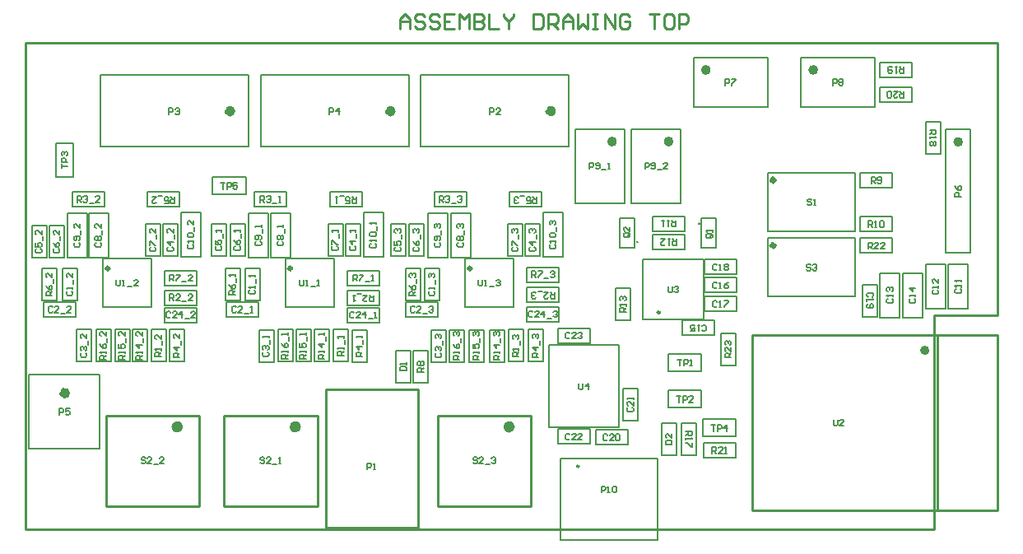
<source format=gbr>
%TF.GenerationSoftware,Altium Limited,Altium Designer,23.4.1 (23)*%
G04 Layer_Color=32768*
%FSLAX26Y26*%
%MOIN*%
%TF.SameCoordinates,0D52CC54-54DB-4289-8DCE-8A3B8268AFE3*%
%TF.FilePolarity,Positive*%
%TF.FileFunction,Other,Mechanical_3*%
%TF.Part,Single*%
G01*
G75*
%TA.AperFunction,NonConductor*%
%ADD57C,0.006000*%
%ADD59C,0.010000*%
%ADD60C,0.015000*%
%ADD98C,0.025000*%
%ADD99C,0.021000*%
%ADD100C,0.020000*%
%ADD101C,0.030000*%
D57*
X3705000Y1520000D02*
Y1650000D01*
X3645000D02*
X3705000D01*
X3645000Y1520000D02*
X3705000D01*
X3645000D02*
Y1650000D01*
X3588543Y1730000D02*
Y1790000D01*
X3458543D02*
X3588543D01*
X3458543Y1730000D02*
Y1790000D01*
Y1730000D02*
X3588543D01*
Y1830000D02*
Y1890000D01*
X3458543D02*
X3588543D01*
X3458543Y1830000D02*
Y1890000D01*
Y1830000D02*
X3588543D01*
X2165165Y-43709D02*
Y287787D01*
Y-43709D02*
X2560835D01*
X2165165Y287787D02*
X2560835D01*
Y-43709D02*
Y287787D01*
X2407249Y1138579D02*
Y1261413D01*
X2466304D01*
X2407249Y1138579D02*
X2466304D01*
Y1261413D01*
X2120371Y411678D02*
X2403835D01*
X2120371Y746323D02*
X2403835D01*
X2120371Y411678D02*
Y746323D01*
X2403835Y411678D02*
Y746323D01*
X3726999Y1118543D02*
Y1618543D01*
Y1118543D02*
X3826999D01*
X3726999Y1618543D02*
X3826999D01*
Y1118543D02*
Y1618543D01*
X3006150Y942245D02*
X3360481D01*
X3006150Y1178465D02*
X3360481D01*
X3006150Y942245D02*
Y1178465D01*
X3360481Y942245D02*
Y1178465D01*
X2225000Y1320000D02*
Y1620000D01*
Y1320000D02*
X2425000D01*
X2225000Y1620000D02*
X2425000D01*
Y1320000D02*
Y1620000D01*
X2500926Y849331D02*
Y1094213D01*
Y849331D02*
X2745808D01*
X2500926Y1094213D02*
X2745808D01*
Y849331D02*
Y1094213D01*
X756469Y1355000D02*
X891469D01*
X756469Y1425000D02*
X891469D01*
X756469Y1355000D02*
Y1425000D01*
X891469Y1355000D02*
Y1425000D01*
X1051570Y898235D02*
Y1095085D01*
Y898235D02*
X1248420D01*
X1051570Y1095085D02*
X1248420D01*
Y898235D02*
Y1095085D01*
X301772Y1551181D02*
Y1838583D01*
Y1551181D02*
X901772D01*
X301772Y1838583D02*
X901772D01*
Y1551181D02*
Y1838583D01*
X11812Y326371D02*
Y626371D01*
Y326371D02*
X299213D01*
X11812Y626371D02*
X299213D01*
Y326371D02*
Y626371D01*
X3551819Y857992D02*
Y1037992D01*
Y857992D02*
X3631819D01*
X3551819Y1037992D02*
X3631819D01*
Y857992D02*
Y1037992D01*
X564239Y907487D02*
Y967487D01*
Y907487D02*
X694239D01*
Y967487D01*
X564239D02*
X694239D01*
X149900Y926487D02*
Y1056487D01*
Y926487D02*
X209900D01*
X149900Y1056487D02*
X209900D01*
Y926487D02*
Y1056487D01*
X73561Y858487D02*
Y918487D01*
Y858487D02*
X203561D01*
X73561Y918487D02*
X203561D01*
Y858487D02*
Y918487D01*
X206794Y678405D02*
Y808405D01*
Y678405D02*
X266794D01*
X206794Y808405D02*
X266794D01*
Y678405D02*
Y808405D01*
X557900Y1105999D02*
Y1235999D01*
Y1105999D02*
X617900D01*
X557900Y1235999D02*
X617900D01*
Y1105999D02*
Y1235999D01*
X25000Y1099346D02*
Y1229346D01*
Y1099346D02*
X85000D01*
X25000Y1229346D02*
X85000D01*
Y1099346D02*
Y1229346D01*
X96270Y1100164D02*
Y1230164D01*
Y1100164D02*
X156270D01*
X96270Y1230164D02*
X156270D01*
Y1100164D02*
Y1230164D01*
X486270Y1105999D02*
Y1235999D01*
Y1105999D02*
X546270D01*
X486270Y1235999D02*
X546270D01*
Y1105999D02*
Y1235999D01*
X255270Y1100165D02*
Y1280165D01*
X335270D01*
Y1100165D02*
Y1280165D01*
X255270Y1100165D02*
X335270D01*
X169900D02*
Y1280165D01*
Y1100165D02*
X249900D01*
X169900Y1280165D02*
X249900D01*
Y1100165D02*
Y1280165D01*
X629900Y1102652D02*
Y1282652D01*
Y1102652D02*
X709900D01*
X629900Y1282652D02*
X709900D01*
Y1102652D02*
Y1282652D01*
X508914Y678386D02*
Y808386D01*
Y678386D02*
X568914D01*
X508914Y808386D02*
X568914D01*
Y678386D02*
Y808386D01*
X188931Y1305000D02*
Y1365000D01*
Y1305000D02*
X318931D01*
X188931Y1365000D02*
X318931D01*
Y1305000D02*
Y1365000D01*
X584000Y678405D02*
Y808405D01*
Y678405D02*
X644000D01*
X584000Y808405D02*
X644000D01*
Y678405D02*
Y808405D01*
X492609Y1305000D02*
Y1365000D01*
Y1305000D02*
X622609D01*
X492609Y1365000D02*
X622609D01*
Y1305000D02*
Y1365000D01*
X67223Y926487D02*
Y1056487D01*
Y926487D02*
X127223D01*
X67223Y1056487D02*
X127223D01*
Y926487D02*
Y1056487D01*
X564239Y986345D02*
Y1046345D01*
Y986345D02*
X694239D01*
X564239Y1046345D02*
X694239D01*
Y986345D02*
Y1046345D01*
X431955Y678405D02*
Y808405D01*
Y678405D02*
X491955D01*
X431955Y808405D02*
X491955D01*
Y678405D02*
Y808405D01*
X361585Y678405D02*
Y808405D01*
Y678405D02*
X421585D01*
X361585Y808405D02*
X421585D01*
Y678405D02*
Y808405D01*
X285585Y678405D02*
Y808405D01*
Y678405D02*
X345585D01*
X285585Y808405D02*
X345585D01*
Y678405D02*
Y808405D01*
X312845Y898235D02*
Y1095085D01*
Y898235D02*
X509695D01*
X312845Y1095085D02*
X509695D01*
Y898235D02*
Y1095085D01*
X1616481Y926487D02*
Y1056487D01*
Y926487D02*
X1676481D01*
X1616481Y1056487D02*
X1676481D01*
Y926487D02*
Y1056487D01*
X1540142Y858487D02*
Y918487D01*
Y858487D02*
X1670142D01*
X1540142Y918487D02*
X1670142D01*
Y858487D02*
Y918487D01*
X1643587Y678012D02*
Y808012D01*
Y678012D02*
X1703587D01*
X1643587Y808012D02*
X1703587D01*
Y678012D02*
Y808012D01*
X2024481Y1105999D02*
Y1235999D01*
Y1105999D02*
X2084481D01*
X2024481Y1235999D02*
X2084481D01*
Y1105999D02*
Y1235999D01*
X1479000Y1105999D02*
Y1235999D01*
Y1105999D02*
X1539000D01*
X1479000Y1235999D02*
X1539000D01*
Y1105999D02*
Y1235999D01*
X1554000Y1105999D02*
Y1235999D01*
Y1105999D02*
X1614000D01*
X1554000Y1235999D02*
X1614000D01*
Y1105999D02*
Y1235999D01*
X1952851Y1105999D02*
Y1235999D01*
Y1105999D02*
X2012851D01*
X1952851Y1235999D02*
X2012851D01*
Y1105999D02*
Y1235999D01*
X1721851Y1100621D02*
Y1280621D01*
X1801851D01*
Y1100621D02*
Y1280621D01*
X1721851Y1100621D02*
X1801851D01*
X1629457D02*
Y1280621D01*
Y1100621D02*
X1709457D01*
X1629457Y1280621D02*
X1709457D01*
Y1100621D02*
Y1280621D01*
X2096481Y1102652D02*
Y1282652D01*
Y1102652D02*
X2176481D01*
X2096481Y1282652D02*
X2176481D01*
Y1102652D02*
Y1282652D01*
X1957536Y678405D02*
Y808405D01*
Y678405D02*
X2017536D01*
X1957536Y808405D02*
X2017536D01*
Y678405D02*
Y808405D01*
X2160760Y918756D02*
Y978756D01*
X2030760D02*
X2160760D01*
X2030760Y918756D02*
X2160760D01*
X2030760D02*
Y978756D01*
X1655512Y1305000D02*
Y1365000D01*
Y1305000D02*
X1785512D01*
X1655512Y1365000D02*
X1785512D01*
Y1305000D02*
Y1365000D01*
X2036906Y678405D02*
Y808405D01*
Y678405D02*
X2096906D01*
X2036906Y808405D02*
X2096906D01*
Y678405D02*
Y808405D01*
X1959189Y1305000D02*
Y1365000D01*
Y1305000D02*
X2089189D01*
X1959189Y1365000D02*
X2089189D01*
Y1305000D02*
Y1365000D01*
X1539000Y926487D02*
Y1056487D01*
Y926487D02*
X1599000D01*
X1539000Y1056487D02*
X1599000D01*
Y926487D02*
Y1056487D01*
X2030760Y1000827D02*
Y1060827D01*
Y1000827D02*
X2160760D01*
X2030760Y1060827D02*
X2160760D01*
Y1000827D02*
Y1060827D01*
X1880000Y678012D02*
Y808012D01*
Y678012D02*
X1940000D01*
X1880000Y808012D02*
X1940000D01*
Y678012D02*
Y808012D01*
X1796166Y678012D02*
Y808012D01*
Y678012D02*
X1856166D01*
X1796166Y808012D02*
X1856166D01*
Y678012D02*
Y808012D01*
X1716851Y678012D02*
Y808012D01*
Y678012D02*
X1776851D01*
X1716851Y808012D02*
X1776851D01*
Y678012D02*
Y808012D01*
X1779426Y898235D02*
Y1095085D01*
Y898235D02*
X1976276D01*
X1779426Y1095085D02*
X1976276D01*
Y898235D02*
Y1095085D01*
X888625Y926487D02*
Y1056487D01*
Y926487D02*
X948625D01*
X888625Y1056487D02*
X948625D01*
Y926487D02*
Y1056487D01*
X812286Y858487D02*
Y918487D01*
Y858487D02*
X942286D01*
X812286Y918487D02*
X942286D01*
Y858487D02*
Y918487D01*
X945000Y678012D02*
Y808012D01*
Y678012D02*
X1005000D01*
X945000Y808012D02*
X1005000D01*
Y678012D02*
Y808012D01*
X1296625Y1105999D02*
Y1235999D01*
Y1105999D02*
X1356625D01*
X1296625Y1235999D02*
X1356625D01*
Y1105999D02*
Y1235999D01*
X753969Y1105857D02*
Y1235857D01*
Y1105857D02*
X813969D01*
X753969Y1235857D02*
X813969D01*
Y1105857D02*
Y1235857D01*
X828969Y1105857D02*
Y1235857D01*
Y1105857D02*
X888969D01*
X828969Y1235857D02*
X888969D01*
Y1105857D02*
Y1235857D01*
X1224995Y1105999D02*
Y1235999D01*
Y1105999D02*
X1284995D01*
X1224995Y1235999D02*
X1284995D01*
Y1105999D02*
Y1235999D01*
X993995Y1100479D02*
Y1280479D01*
X1073995D01*
Y1100479D02*
Y1280479D01*
X993995Y1100479D02*
X1073995D01*
X904426D02*
Y1280479D01*
Y1100479D02*
X984426D01*
X904426Y1280479D02*
X984426D01*
Y1100479D02*
Y1280479D01*
X1368625Y1102652D02*
Y1282652D01*
Y1102652D02*
X1448625D01*
X1368625Y1282652D02*
X1448625D01*
Y1102652D02*
Y1282652D01*
X1247740Y678387D02*
Y808387D01*
Y678387D02*
X1307740D01*
X1247740Y808387D02*
X1307740D01*
Y678387D02*
Y808387D01*
X1432963Y907605D02*
Y967605D01*
X1302963D02*
X1432963D01*
X1302963Y907605D02*
X1432963D01*
X1302963D02*
Y967605D01*
X927656Y1305000D02*
Y1365000D01*
Y1305000D02*
X1057656D01*
X927656Y1365000D02*
X1057656D01*
Y1305000D02*
Y1365000D01*
X1322963Y678012D02*
Y808012D01*
Y678012D02*
X1382963D01*
X1322963Y808012D02*
X1382963D01*
Y678012D02*
Y808012D01*
X1231333Y1305000D02*
Y1365000D01*
Y1305000D02*
X1361333D01*
X1231333Y1365000D02*
X1361333D01*
Y1305000D02*
Y1365000D01*
X808969Y926487D02*
Y1056487D01*
Y926487D02*
X868969D01*
X808969Y1056487D02*
X868969D01*
Y926487D02*
Y1056487D01*
X1302963Y986345D02*
Y1046345D01*
Y986345D02*
X1432963D01*
X1302963Y1046345D02*
X1432963D01*
Y986345D02*
Y1046345D01*
X1170680Y678405D02*
Y808405D01*
Y678405D02*
X1230680D01*
X1170680Y808405D02*
X1230680D01*
Y678405D02*
Y808405D01*
X1095000Y678405D02*
Y808405D01*
Y678405D02*
X1155000D01*
X1095000Y808405D02*
X1155000D01*
Y678405D02*
Y808405D01*
X1021570Y678405D02*
Y808405D01*
Y678405D02*
X1081570D01*
X1021570Y808405D02*
X1081570D01*
Y678405D02*
Y808405D01*
X1499000Y593339D02*
Y723339D01*
Y593339D02*
X1559000D01*
X1499000Y723339D02*
X1559000D01*
Y593339D02*
Y723339D01*
X1600984Y1551181D02*
Y1838583D01*
Y1551181D02*
X2200984D01*
X1600984Y1838583D02*
X2200984D01*
Y1551181D02*
Y1838583D01*
X951378Y1551181D02*
Y1838583D01*
Y1551181D02*
X1551378D01*
X951378Y1838583D02*
X1551378D01*
Y1551181D02*
Y1838583D01*
X1570186Y593339D02*
Y723339D01*
Y593339D02*
X1630186D01*
X1570186Y723339D02*
X1630186D01*
Y593339D02*
Y723339D01*
X3736999Y892992D02*
Y1072992D01*
Y892992D02*
X3816999D01*
X3736999Y1072992D02*
X3816999D01*
Y892992D02*
Y1072992D01*
X3645000Y892992D02*
Y1072992D01*
Y892992D02*
X3725000D01*
X3645000Y1072992D02*
X3725000D01*
Y892992D02*
Y1072992D01*
X3459819Y857992D02*
Y1037992D01*
Y857992D02*
X3539819D01*
X3459819Y1037992D02*
X3539819D01*
Y857992D02*
Y1037992D01*
X2788761Y785123D02*
Y845123D01*
X2658761D02*
X2788761D01*
X2658761Y785123D02*
X2788761D01*
X2658761D02*
Y845123D01*
X2750792Y958701D02*
Y1018701D01*
Y958701D02*
X2880792D01*
X2750792Y1018701D02*
X2880792D01*
Y958701D02*
Y1018701D01*
X2750792Y882717D02*
Y942717D01*
Y882717D02*
X2880792D01*
X2750792Y942717D02*
X2880792D01*
Y882717D02*
Y942717D01*
X2750792Y1032323D02*
Y1092323D01*
Y1032323D02*
X2880792D01*
X2750792Y1092323D02*
X2880792D01*
Y1032323D02*
Y1092323D01*
X3450000Y861339D02*
Y991339D01*
X3390000D02*
X3450000D01*
X3390000Y861339D02*
X3450000D01*
X3390000D02*
Y991339D01*
X2737312Y1138579D02*
Y1261413D01*
Y1138579D02*
X2796367D01*
X2737312Y1261413D02*
X2796367D01*
Y1138579D02*
Y1261413D01*
X3380863Y1383583D02*
Y1443583D01*
Y1383583D02*
X3510863D01*
X3380863Y1443583D02*
X3510863D01*
Y1383583D02*
Y1443583D01*
X3380863Y1206417D02*
Y1266417D01*
Y1206417D02*
X3510863D01*
X3380863Y1266417D02*
X3510863D01*
Y1206417D02*
Y1266417D01*
X2669414Y1207398D02*
Y1267398D01*
X2539414D02*
X2669414D01*
X2539414Y1207398D02*
X2669414D01*
X2539414D02*
Y1267398D01*
X2669414Y1132594D02*
Y1192594D01*
X2539414D02*
X2669414D01*
X2539414Y1132594D02*
X2669414D01*
X2539414D02*
Y1192594D01*
X2389102Y845749D02*
Y975749D01*
Y845749D02*
X2449102D01*
X2389102Y975749D02*
X2449102D01*
Y845749D02*
Y975749D01*
X3006150Y1206890D02*
X3360481D01*
X3006150Y1443110D02*
X3360481D01*
X3006150Y1206890D02*
Y1443110D01*
X3360481Y1206890D02*
Y1443110D01*
X2308154Y342646D02*
Y402646D01*
Y342646D02*
X2438154D01*
X2308154Y402646D02*
X2438154D01*
Y342646D02*
Y402646D01*
X2419102Y440182D02*
Y570182D01*
Y440182D02*
X2479102D01*
X2419102Y570182D02*
X2479102D01*
Y440182D02*
Y570182D01*
X2155764Y345000D02*
Y405000D01*
Y345000D02*
X2285764D01*
X2155764Y405000D02*
X2285764D01*
Y345000D02*
Y405000D01*
X2155764Y754744D02*
Y814744D01*
Y754744D02*
X2285764D01*
X2155764Y814744D02*
X2285764D01*
Y754744D02*
Y814744D01*
X2575000Y299339D02*
Y429339D01*
Y299339D02*
X2635000D01*
X2575000Y429339D02*
X2635000D01*
Y299339D02*
Y429339D01*
X2716999Y299339D02*
Y429339D01*
X2656999D02*
X2716999D01*
X2656999Y299339D02*
X2716999D01*
X2656999D02*
Y429339D01*
X1302963Y836321D02*
Y896321D01*
Y836321D02*
X1432963D01*
X1302963Y896321D02*
X1432963D01*
Y836321D02*
Y896321D01*
X564239Y836984D02*
Y896984D01*
Y836984D02*
X694239D01*
X564239Y896984D02*
X694239D01*
Y836984D02*
Y896984D01*
X2030760Y838712D02*
Y898712D01*
Y838712D02*
X2160760D01*
X2030760Y898712D02*
X2160760D01*
Y838712D02*
Y898712D01*
X2705000Y1710000D02*
Y1910000D01*
Y1710000D02*
X3005000D01*
X2705000Y1910000D02*
X3005000D01*
Y1710000D02*
Y1910000D01*
X3140000Y1710000D02*
Y1910000D01*
Y1710000D02*
X3440000D01*
X3140000Y1910000D02*
X3440000D01*
Y1710000D02*
Y1910000D01*
X2454414Y1320000D02*
Y1620000D01*
Y1320000D02*
X2654414D01*
X2454414Y1620000D02*
X2654414D01*
Y1320000D02*
Y1620000D01*
X2602500Y640000D02*
X2737500D01*
X2602500Y710000D02*
X2737500D01*
X2602500Y640000D02*
Y710000D01*
X2737500Y640000D02*
Y710000D01*
X2602500Y491520D02*
X2737500D01*
X2602500Y561520D02*
X2737500D01*
X2602500Y491520D02*
Y561520D01*
X2737500Y491520D02*
Y561520D01*
X122481Y1427500D02*
Y1562500D01*
X192481D01*
X122481Y1427500D02*
X192481D01*
Y1562500D01*
X2742500Y375030D02*
Y445030D01*
X2877500D01*
X2742500Y375030D02*
X2877500D01*
Y445030D01*
X2745000Y290106D02*
Y350106D01*
Y290106D02*
X2875000D01*
X2745000Y350106D02*
X2875000D01*
Y290106D02*
Y350106D01*
X3380863Y1118938D02*
Y1178938D01*
Y1118938D02*
X3510863D01*
X3380863Y1178938D02*
X3510863D01*
Y1118938D02*
Y1178938D01*
X2815000Y663661D02*
Y793661D01*
Y663661D02*
X2875000D01*
X2815000Y793661D02*
X2875000D01*
Y663661D02*
Y793661D01*
X3662504Y1616240D02*
X3687496D01*
Y1603744D01*
X3683331Y1599579D01*
X3675000D01*
X3670835Y1603744D01*
Y1616240D01*
Y1607909D02*
X3662504Y1599579D01*
Y1591248D02*
Y1582917D01*
Y1587083D01*
X3687496D01*
X3683331Y1591248D01*
Y1570421D02*
X3687496Y1566256D01*
Y1557925D01*
X3683331Y1553760D01*
X3679165D01*
X3675000Y1557925D01*
X3670835Y1553760D01*
X3666669D01*
X3662504Y1557925D01*
Y1566256D01*
X3666669Y1570421D01*
X3670835D01*
X3675000Y1566256D01*
X3679165Y1570421D01*
X3683331D01*
X3675000Y1566256D02*
Y1557925D01*
X3556866Y1772496D02*
Y1747504D01*
X3544370D01*
X3540204Y1751669D01*
Y1760000D01*
X3544370Y1764165D01*
X3556866D01*
X3548535D02*
X3540204Y1772496D01*
X3515213D02*
X3531874D01*
X3515213Y1755835D01*
Y1751669D01*
X3519378Y1747504D01*
X3527709D01*
X3531874Y1751669D01*
X3506882D02*
X3502717Y1747504D01*
X3494386D01*
X3490221Y1751669D01*
Y1768331D01*
X3494386Y1772496D01*
X3502717D01*
X3506882Y1768331D01*
Y1751669D01*
X3554783Y1872496D02*
Y1847504D01*
X3542287D01*
X3538122Y1851669D01*
Y1860000D01*
X3542287Y1864165D01*
X3554783D01*
X3546452D02*
X3538122Y1872496D01*
X3529791D02*
X3521461D01*
X3525626D01*
Y1847504D01*
X3529791Y1851669D01*
X3508965Y1868331D02*
X3504799Y1872496D01*
X3496468D01*
X3492303Y1868331D01*
Y1851669D01*
X3496468Y1847504D01*
X3504799D01*
X3508965Y1851669D01*
Y1855835D01*
X3504799Y1860000D01*
X3492303D01*
X2331760Y149504D02*
Y174496D01*
X2344256D01*
X2348421Y170331D01*
Y162000D01*
X2344256Y157835D01*
X2331760D01*
X2356752Y149504D02*
X2365083D01*
X2360917D01*
Y174496D01*
X2356752Y170331D01*
X2377579D02*
X2381744Y174496D01*
X2390075D01*
X2394240Y170331D01*
Y153669D01*
X2390075Y149504D01*
X2381744D01*
X2377579Y153669D01*
Y170331D01*
X2443138Y1199768D02*
X2426477D01*
X2422312Y1195602D01*
Y1187272D01*
X2426477Y1183106D01*
X2443138D01*
X2447304Y1187272D01*
Y1195602D01*
X2438973Y1191437D02*
X2447304Y1199768D01*
Y1195602D02*
X2443138Y1199768D01*
X2447304Y1224759D02*
Y1208098D01*
X2430642Y1224759D01*
X2426477D01*
X2422312Y1220594D01*
Y1212264D01*
X2426477Y1208098D01*
X2241276Y591496D02*
Y570670D01*
X2245441Y566505D01*
X2253772D01*
X2257938Y570670D01*
Y591496D01*
X2278764Y566505D02*
Y591496D01*
X2266268Y579000D01*
X2282929D01*
X484843Y287914D02*
X480678Y292079D01*
X472347D01*
X468182Y287914D01*
Y283748D01*
X472347Y279583D01*
X480678D01*
X484843Y275418D01*
Y271252D01*
X480678Y267087D01*
X472347D01*
X468182Y271252D01*
X509835Y267087D02*
X493174D01*
X509835Y283748D01*
Y287914D01*
X505670Y292079D01*
X497339D01*
X493174Y287914D01*
X518166Y262922D02*
X534827D01*
X559819Y267087D02*
X543158D01*
X559819Y283748D01*
Y287914D01*
X555654Y292079D01*
X547323D01*
X543158Y287914D01*
X3789495Y1347717D02*
X3764503D01*
Y1360213D01*
X3768669Y1364378D01*
X3776999D01*
X3781165Y1360213D01*
Y1347717D01*
X3764503Y1389370D02*
X3768669Y1381039D01*
X3776999Y1372709D01*
X3785330D01*
X3789495Y1376874D01*
Y1385205D01*
X3785330Y1389370D01*
X3781165D01*
X3776999Y1385205D01*
Y1372709D01*
X3179150Y1068686D02*
X3174985Y1072851D01*
X3166654D01*
X3162489Y1068686D01*
Y1064520D01*
X3166654Y1060355D01*
X3174985D01*
X3179150Y1056190D01*
Y1052024D01*
X3174985Y1047859D01*
X3166654D01*
X3162489Y1052024D01*
X3187481Y1068686D02*
X3191646Y1072851D01*
X3199977D01*
X3204142Y1068686D01*
Y1064520D01*
X3199977Y1060355D01*
X3195811D01*
X3199977D01*
X3204142Y1056190D01*
Y1052024D01*
X3199977Y1047859D01*
X3191646D01*
X3187481Y1052024D01*
X2283347Y1459586D02*
Y1484578D01*
X2295843D01*
X2300008Y1480413D01*
Y1472082D01*
X2295843Y1467917D01*
X2283347D01*
X2308339Y1463752D02*
X2312504Y1459586D01*
X2320835D01*
X2325000Y1463752D01*
Y1480413D01*
X2320835Y1484578D01*
X2312504D01*
X2308339Y1480413D01*
Y1476248D01*
X2312504Y1472082D01*
X2325000D01*
X2333331Y1455421D02*
X2349992D01*
X2358323Y1459586D02*
X2366653D01*
X2362488D01*
Y1484578D01*
X2358323Y1480413D01*
X3271387Y443560D02*
Y422733D01*
X3275552Y418568D01*
X3283883D01*
X3288048Y422733D01*
Y443560D01*
X3313040Y418568D02*
X3296378D01*
X3313040Y435229D01*
Y439394D01*
X3308874Y443560D01*
X3300544D01*
X3296378Y439394D01*
X1383339Y242504D02*
Y267496D01*
X1395835D01*
X1400000Y263331D01*
Y255000D01*
X1395835Y250835D01*
X1383339D01*
X1408331Y242504D02*
X1416661D01*
X1412496D01*
Y267496D01*
X1408331Y263331D01*
X2602540Y984268D02*
Y963442D01*
X2606706Y959276D01*
X2615036D01*
X2619202Y963442D01*
Y984268D01*
X2627532Y980103D02*
X2631697Y984268D01*
X2640028D01*
X2644193Y980103D01*
Y975938D01*
X2640028Y971772D01*
X2635863D01*
X2640028D01*
X2644193Y967607D01*
Y963442D01*
X2640028Y959276D01*
X2631697D01*
X2627532Y963442D01*
X790646Y1402496D02*
X807308D01*
X798977D01*
Y1377504D01*
X815638D02*
Y1402496D01*
X828134D01*
X832300Y1398331D01*
Y1390000D01*
X828134Y1385835D01*
X815638D01*
X857292Y1402496D02*
X840630D01*
Y1390000D01*
X848961Y1394165D01*
X853126D01*
X857292Y1390000D01*
Y1381669D01*
X853126Y1377504D01*
X844796D01*
X840630Y1381669D01*
X1110424Y1011239D02*
Y990412D01*
X1114590Y986247D01*
X1122920D01*
X1127085Y990412D01*
Y1011239D01*
X1135416Y986247D02*
X1143747D01*
X1139581D01*
Y1011239D01*
X1135416Y1007074D01*
X1156243Y982082D02*
X1172904D01*
X1181235Y986247D02*
X1189565D01*
X1185400D01*
Y1011239D01*
X1181235Y1007074D01*
X580945Y1680418D02*
Y1705409D01*
X593441D01*
X597606Y1701244D01*
Y1692914D01*
X593441Y1688748D01*
X580945D01*
X605937Y1701244D02*
X610102Y1705409D01*
X618433D01*
X622598Y1701244D01*
Y1697079D01*
X618433Y1692914D01*
X614268D01*
X618433D01*
X622598Y1688748D01*
Y1684583D01*
X618433Y1680418D01*
X610102D01*
X605937Y1684583D01*
X136654Y463875D02*
Y488866D01*
X149150D01*
X153315Y484701D01*
Y476371D01*
X149150Y472205D01*
X136654D01*
X178307Y488866D02*
X161646D01*
Y476371D01*
X169977Y480536D01*
X174142D01*
X178307Y476371D01*
Y468040D01*
X174142Y463875D01*
X165811D01*
X161646Y468040D01*
X3583489Y933413D02*
X3579323Y929248D01*
Y920917D01*
X3583489Y916752D01*
X3600150D01*
X3604315Y920917D01*
Y929248D01*
X3600150Y933413D01*
X3604315Y941744D02*
Y950074D01*
Y945909D01*
X3579323D01*
X3583489Y941744D01*
X3604315Y975067D02*
X3579323D01*
X3591819Y962571D01*
Y979232D01*
X583420Y927074D02*
Y952066D01*
X595916D01*
X600081Y947900D01*
Y939570D01*
X595916Y935404D01*
X583420D01*
X591751D02*
X600081Y927074D01*
X625073D02*
X608412D01*
X625073Y943735D01*
Y947900D01*
X620908Y952066D01*
X612577D01*
X608412Y947900D01*
X633404Y922909D02*
X650065D01*
X675057Y927074D02*
X658396D01*
X675057Y943735D01*
Y947900D01*
X670892Y952066D01*
X662561D01*
X658396Y947900D01*
X169486Y964412D02*
X165321Y960247D01*
Y951916D01*
X169486Y947751D01*
X186148D01*
X190313Y951916D01*
Y960247D01*
X186148Y964412D01*
X190313Y972743D02*
Y981074D01*
Y976908D01*
X165321D01*
X169486Y972743D01*
X194478Y993570D02*
Y1010231D01*
X190313Y1035223D02*
Y1018562D01*
X173652Y1035223D01*
X169486D01*
X165321Y1031057D01*
Y1022727D01*
X169486Y1018562D01*
X109404Y898900D02*
X105239Y903066D01*
X96908D01*
X92743Y898900D01*
Y882239D01*
X96908Y878074D01*
X105239D01*
X109404Y882239D01*
X134396Y878074D02*
X117735D01*
X134396Y894735D01*
Y898900D01*
X130231Y903066D01*
X121900D01*
X117735Y898900D01*
X142727Y873909D02*
X159388D01*
X184380Y878074D02*
X167719D01*
X184380Y894735D01*
Y898900D01*
X180214Y903066D01*
X171884D01*
X167719Y898900D01*
X226380Y714248D02*
X222215Y710083D01*
Y701752D01*
X226380Y697587D01*
X243042D01*
X247207Y701752D01*
Y710083D01*
X243042Y714248D01*
X226380Y722579D02*
X222215Y726744D01*
Y735075D01*
X226380Y739240D01*
X230546D01*
X234711Y735075D01*
Y730909D01*
Y735075D01*
X238876Y739240D01*
X243042D01*
X247207Y735075D01*
Y726744D01*
X243042Y722579D01*
X251372Y747571D02*
Y764232D01*
X247207Y789224D02*
Y772562D01*
X230546Y789224D01*
X226380D01*
X222215Y785058D01*
Y776728D01*
X226380Y772562D01*
X577486Y1141842D02*
X573321Y1137676D01*
Y1129346D01*
X577486Y1125180D01*
X594148D01*
X598313Y1129346D01*
Y1137676D01*
X594148Y1141842D01*
X598313Y1162668D02*
X573321D01*
X585817Y1150172D01*
Y1166834D01*
X602478Y1175164D02*
Y1191825D01*
X598313Y1216817D02*
Y1200156D01*
X581652Y1216817D01*
X577486D01*
X573321Y1212652D01*
Y1204321D01*
X577486Y1200156D01*
X44587Y1135189D02*
X40421Y1131023D01*
Y1122693D01*
X44587Y1118527D01*
X61248D01*
X65413Y1122693D01*
Y1131023D01*
X61248Y1135189D01*
X40421Y1160180D02*
Y1143519D01*
X52917D01*
X48752Y1151850D01*
Y1156015D01*
X52917Y1160180D01*
X61248D01*
X65413Y1156015D01*
Y1147685D01*
X61248Y1143519D01*
X69579Y1168511D02*
Y1185172D01*
X65413Y1210164D02*
Y1193503D01*
X48752Y1210164D01*
X44587D01*
X40421Y1205999D01*
Y1197668D01*
X44587Y1193503D01*
X115856Y1136007D02*
X111691Y1131842D01*
Y1123511D01*
X115856Y1119346D01*
X132518D01*
X136683Y1123511D01*
Y1131842D01*
X132518Y1136007D01*
X111691Y1160999D02*
X115856Y1152668D01*
X124187Y1144338D01*
X132518D01*
X136683Y1148503D01*
Y1156833D01*
X132518Y1160999D01*
X128352D01*
X124187Y1156833D01*
Y1144338D01*
X140848Y1169329D02*
Y1185991D01*
X136683Y1210983D02*
Y1194321D01*
X120022Y1210983D01*
X115856D01*
X111691Y1206817D01*
Y1198487D01*
X115856Y1194321D01*
X505856Y1141841D02*
X501691Y1137676D01*
Y1129345D01*
X505856Y1125180D01*
X522518D01*
X526683Y1129345D01*
Y1137676D01*
X522518Y1141841D01*
X501691Y1150172D02*
Y1166833D01*
X505856D01*
X522518Y1150172D01*
X526683D01*
X530848Y1175164D02*
Y1191825D01*
X526683Y1216817D02*
Y1200156D01*
X510022Y1216817D01*
X505856D01*
X501691Y1212652D01*
Y1204321D01*
X505856Y1200156D01*
X284856Y1161007D02*
X280691Y1156842D01*
Y1148511D01*
X284856Y1144346D01*
X301518D01*
X305683Y1148511D01*
Y1156842D01*
X301518Y1161007D01*
X284856Y1169338D02*
X280691Y1173503D01*
Y1181834D01*
X284856Y1185999D01*
X289022D01*
X293187Y1181834D01*
X297353Y1185999D01*
X301518D01*
X305683Y1181834D01*
Y1173503D01*
X301518Y1169338D01*
X297353D01*
X293187Y1173503D01*
X289022Y1169338D01*
X284856D01*
X293187Y1173503D02*
Y1181834D01*
X309848Y1194330D02*
Y1210991D01*
X305683Y1235983D02*
Y1219322D01*
X289022Y1235983D01*
X284856D01*
X280691Y1231818D01*
Y1223487D01*
X284856Y1219322D01*
X199487Y1161007D02*
X195321Y1156842D01*
Y1148511D01*
X199487Y1144346D01*
X216148D01*
X220313Y1148511D01*
Y1156842D01*
X216148Y1161007D01*
Y1169338D02*
X220313Y1173503D01*
Y1181834D01*
X216148Y1185999D01*
X199487D01*
X195321Y1181834D01*
Y1173503D01*
X199487Y1169338D01*
X203652D01*
X207817Y1173503D01*
Y1185999D01*
X224478Y1194330D02*
Y1210991D01*
X220313Y1235983D02*
Y1219322D01*
X203652Y1235983D01*
X199487D01*
X195321Y1231818D01*
Y1223487D01*
X199487Y1219322D01*
X659486Y1153082D02*
X655321Y1148917D01*
Y1140586D01*
X659486Y1136420D01*
X676148D01*
X680313Y1140586D01*
Y1148917D01*
X676148Y1153082D01*
X680313Y1161412D02*
Y1169743D01*
Y1165578D01*
X655321D01*
X659486Y1161412D01*
Y1182239D02*
X655321Y1186404D01*
Y1194735D01*
X659486Y1198900D01*
X676148D01*
X680313Y1194735D01*
Y1186404D01*
X676148Y1182239D01*
X659486D01*
X684478Y1207231D02*
Y1223892D01*
X680313Y1248884D02*
Y1232223D01*
X663652Y1248884D01*
X659486D01*
X655321Y1244719D01*
Y1236388D01*
X659486Y1232223D01*
X549327Y699650D02*
X524335D01*
Y712146D01*
X528501Y716311D01*
X536831D01*
X540997Y712146D01*
Y699650D01*
Y707981D02*
X549327Y716311D01*
Y724642D02*
Y732972D01*
Y728807D01*
X524335D01*
X528501Y724642D01*
X553492Y745468D02*
Y762130D01*
X549327Y787122D02*
Y770460D01*
X532666Y787122D01*
X528501D01*
X524335Y782956D01*
Y774626D01*
X528501Y770460D01*
X208113Y1324587D02*
Y1349579D01*
X220609D01*
X224774Y1345413D01*
Y1337083D01*
X220609Y1332917D01*
X208113D01*
X216444D02*
X224774Y1324587D01*
X233105Y1345413D02*
X237270Y1349579D01*
X245601D01*
X249766Y1345413D01*
Y1341248D01*
X245601Y1337083D01*
X241435D01*
X245601D01*
X249766Y1332917D01*
Y1328752D01*
X245601Y1324587D01*
X237270D01*
X233105Y1328752D01*
X258097Y1320421D02*
X274758D01*
X299750Y1324587D02*
X283089D01*
X299750Y1341248D01*
Y1345413D01*
X295585Y1349579D01*
X287254D01*
X283089Y1345413D01*
X624414Y697587D02*
X599422D01*
Y710083D01*
X603587Y714248D01*
X611918D01*
X616083Y710083D01*
Y697587D01*
Y705917D02*
X624414Y714248D01*
Y735075D02*
X599422D01*
X611918Y722579D01*
Y739240D01*
X628579Y747571D02*
Y764232D01*
X624414Y789224D02*
Y772562D01*
X607752Y789224D01*
X603587D01*
X599422Y785058D01*
Y776728D01*
X603587Y772562D01*
X603427Y1345413D02*
Y1320421D01*
X590931D01*
X586766Y1324587D01*
Y1332917D01*
X590931Y1337083D01*
X603427D01*
X595096D02*
X586766Y1345413D01*
X561774Y1320421D02*
X578435D01*
Y1332917D01*
X570105Y1328752D01*
X565939D01*
X561774Y1332917D01*
Y1341248D01*
X565939Y1345413D01*
X574270D01*
X578435Y1341248D01*
X553443Y1349579D02*
X536782D01*
X511790Y1345413D02*
X528451D01*
X511790Y1328752D01*
Y1324587D01*
X515955Y1320421D01*
X524286D01*
X528451Y1324587D01*
X107636Y945669D02*
X82644D01*
Y958165D01*
X86809Y962330D01*
X95140D01*
X99305Y958165D01*
Y945669D01*
Y953999D02*
X107636Y962330D01*
X82644Y987322D02*
X86809Y978991D01*
X95140Y970660D01*
X103471D01*
X107636Y974826D01*
Y983157D01*
X103471Y987322D01*
X99305D01*
X95140Y983157D01*
Y970660D01*
X111801Y995652D02*
Y1012314D01*
X107636Y1037306D02*
Y1020644D01*
X90975Y1037306D01*
X86809D01*
X82644Y1033140D01*
Y1024810D01*
X86809Y1020644D01*
X583420Y1005932D02*
Y1030924D01*
X595916D01*
X600081Y1026759D01*
Y1018428D01*
X595916Y1014263D01*
X583420D01*
X591751D02*
X600081Y1005932D01*
X608412Y1030924D02*
X625073D01*
Y1026759D01*
X608412Y1010097D01*
Y1005932D01*
X633404Y1001767D02*
X650065D01*
X675057Y1005932D02*
X658396D01*
X675057Y1022593D01*
Y1026759D01*
X670892Y1030924D01*
X662561D01*
X658396Y1026759D01*
X472368Y687173D02*
X447376D01*
Y699669D01*
X451542Y703835D01*
X459872D01*
X464038Y699669D01*
Y687173D01*
Y695504D02*
X472368Y703835D01*
Y712165D02*
Y720496D01*
Y716331D01*
X447376D01*
X451542Y712165D01*
X472368Y745488D02*
X447376D01*
X459872Y732992D01*
Y749653D01*
X476534Y757984D02*
Y774645D01*
X472368Y799637D02*
Y782976D01*
X455707Y799637D01*
X451542D01*
X447376Y795472D01*
Y787141D01*
X451542Y782976D01*
X401998Y687173D02*
X377006D01*
Y699669D01*
X381171Y703835D01*
X389502D01*
X393668Y699669D01*
Y687173D01*
Y695504D02*
X401998Y703835D01*
Y712165D02*
Y720496D01*
Y716330D01*
X377006D01*
X381171Y712165D01*
X377006Y749653D02*
Y732992D01*
X389502D01*
X385337Y741322D01*
Y745488D01*
X389502Y749653D01*
X397833D01*
X401998Y745488D01*
Y737157D01*
X397833Y732992D01*
X406163Y757984D02*
Y774645D01*
X401998Y799637D02*
Y782976D01*
X385337Y799637D01*
X381171D01*
X377006Y795471D01*
Y787141D01*
X381171Y782976D01*
X325998Y687173D02*
X301006D01*
Y699669D01*
X305171Y703835D01*
X313502D01*
X317668Y699669D01*
Y687173D01*
Y695504D02*
X325998Y703835D01*
Y712165D02*
Y720496D01*
Y716330D01*
X301006D01*
X305171Y712165D01*
X301006Y749653D02*
X305171Y741322D01*
X313502Y732992D01*
X321833D01*
X325998Y737157D01*
Y745488D01*
X321833Y749653D01*
X317668D01*
X313502Y745488D01*
Y732992D01*
X330163Y757984D02*
Y774645D01*
X325998Y799637D02*
Y782976D01*
X309337Y799637D01*
X305171D01*
X301006Y795471D01*
Y787141D01*
X305171Y782976D01*
X367534Y1011239D02*
Y990412D01*
X371700Y986247D01*
X380030D01*
X384195Y990412D01*
Y1011239D01*
X392526Y986247D02*
X400857D01*
X396691D01*
Y1011239D01*
X392526Y1007074D01*
X413353Y982082D02*
X430014D01*
X455006Y986247D02*
X438345D01*
X455006Y1002908D01*
Y1007074D01*
X450841Y1011239D01*
X442510D01*
X438345Y1007074D01*
X1636067Y964412D02*
X1631902Y960247D01*
Y951916D01*
X1636067Y947751D01*
X1652729D01*
X1656894Y951916D01*
Y960247D01*
X1652729Y964412D01*
X1656894Y972743D02*
Y981074D01*
Y976908D01*
X1631902D01*
X1636067Y972743D01*
X1661059Y993570D02*
Y1010231D01*
X1636067Y1018562D02*
X1631902Y1022727D01*
Y1031057D01*
X1636067Y1035223D01*
X1640233D01*
X1644398Y1031057D01*
Y1026892D01*
Y1031057D01*
X1648563Y1035223D01*
X1652729D01*
X1656894Y1031057D01*
Y1022727D01*
X1652729Y1018562D01*
X1575985Y898900D02*
X1571820Y903066D01*
X1563489D01*
X1559324Y898900D01*
Y882239D01*
X1563489Y878074D01*
X1571820D01*
X1575985Y882239D01*
X1600977Y878074D02*
X1584316D01*
X1600977Y894735D01*
Y898900D01*
X1596812Y903066D01*
X1588481D01*
X1584316Y898900D01*
X1609307Y873909D02*
X1625969D01*
X1634299Y898900D02*
X1638465Y903066D01*
X1646795D01*
X1650961Y898900D01*
Y894735D01*
X1646795Y890570D01*
X1642630D01*
X1646795D01*
X1650961Y886404D01*
Y882239D01*
X1646795Y878074D01*
X1638465D01*
X1634299Y882239D01*
X1663173Y713855D02*
X1659008Y709690D01*
Y701359D01*
X1663173Y697194D01*
X1679834D01*
X1684000Y701359D01*
Y709690D01*
X1679834Y713855D01*
X1663173Y722186D02*
X1659008Y726351D01*
Y734682D01*
X1663173Y738847D01*
X1667339D01*
X1671504Y734682D01*
Y730516D01*
Y734682D01*
X1675669Y738847D01*
X1679834D01*
X1684000Y734682D01*
Y726351D01*
X1679834Y722186D01*
X1688165Y747177D02*
Y763839D01*
X1663173Y772169D02*
X1659008Y776335D01*
Y784665D01*
X1663173Y788831D01*
X1667339D01*
X1671504Y784665D01*
Y780500D01*
Y784665D01*
X1675669Y788831D01*
X1679834D01*
X1684000Y784665D01*
Y776335D01*
X1679834Y772169D01*
X2044067Y1141842D02*
X2039902Y1137677D01*
Y1129346D01*
X2044067Y1125180D01*
X2060729D01*
X2064894Y1129346D01*
Y1137677D01*
X2060729Y1141842D01*
X2064894Y1162668D02*
X2039902D01*
X2052398Y1150172D01*
Y1166834D01*
X2069059Y1175164D02*
Y1191826D01*
X2044067Y1200156D02*
X2039902Y1204322D01*
Y1212652D01*
X2044067Y1216818D01*
X2048233D01*
X2052398Y1212652D01*
Y1208487D01*
Y1212652D01*
X2056563Y1216818D01*
X2060729D01*
X2064894Y1212652D01*
Y1204322D01*
X2060729Y1200156D01*
X1498587Y1141842D02*
X1494421Y1137677D01*
Y1129346D01*
X1498587Y1125180D01*
X1515248D01*
X1519413Y1129346D01*
Y1137677D01*
X1515248Y1141842D01*
X1494421Y1166834D02*
Y1150172D01*
X1506917D01*
X1502752Y1158503D01*
Y1162668D01*
X1506917Y1166834D01*
X1515248D01*
X1519413Y1162668D01*
Y1154338D01*
X1515248Y1150172D01*
X1523579Y1175164D02*
Y1191826D01*
X1498587Y1200156D02*
X1494421Y1204322D01*
Y1212652D01*
X1498587Y1216818D01*
X1502752D01*
X1506917Y1212652D01*
Y1208487D01*
Y1212652D01*
X1511083Y1216818D01*
X1515248D01*
X1519413Y1212652D01*
Y1204322D01*
X1515248Y1200156D01*
X1573586Y1141841D02*
X1569421Y1137676D01*
Y1129345D01*
X1573586Y1125180D01*
X1590248D01*
X1594413Y1129345D01*
Y1137676D01*
X1590248Y1141841D01*
X1569421Y1166833D02*
X1573586Y1158503D01*
X1581917Y1150172D01*
X1590248D01*
X1594413Y1154337D01*
Y1162668D01*
X1590248Y1166833D01*
X1586082D01*
X1581917Y1162668D01*
Y1150172D01*
X1598578Y1175164D02*
Y1191825D01*
X1573586Y1200156D02*
X1569421Y1204321D01*
Y1212652D01*
X1573586Y1216817D01*
X1577752D01*
X1581917Y1212652D01*
Y1208486D01*
Y1212652D01*
X1586082Y1216817D01*
X1590248D01*
X1594413Y1212652D01*
Y1204321D01*
X1590248Y1200156D01*
X1972438Y1141842D02*
X1968272Y1137676D01*
Y1129346D01*
X1972438Y1125180D01*
X1989099D01*
X1993264Y1129346D01*
Y1137676D01*
X1989099Y1141842D01*
X1968272Y1150172D02*
Y1166833D01*
X1972438D01*
X1989099Y1150172D01*
X1993264D01*
X1997429Y1175164D02*
Y1191825D01*
X1972438Y1200156D02*
X1968272Y1204321D01*
Y1212652D01*
X1972438Y1216817D01*
X1976603D01*
X1980768Y1212652D01*
Y1208487D01*
Y1212652D01*
X1984934Y1216817D01*
X1989099D01*
X1993264Y1212652D01*
Y1204321D01*
X1989099Y1200156D01*
X1751438Y1161464D02*
X1747272Y1157299D01*
Y1148968D01*
X1751438Y1144803D01*
X1768099D01*
X1772264Y1148968D01*
Y1157299D01*
X1768099Y1161464D01*
X1751438Y1169795D02*
X1747272Y1173960D01*
Y1182291D01*
X1751438Y1186456D01*
X1755603D01*
X1759768Y1182291D01*
X1763934Y1186456D01*
X1768099D01*
X1772264Y1182291D01*
Y1173960D01*
X1768099Y1169795D01*
X1763934D01*
X1759768Y1173960D01*
X1755603Y1169795D01*
X1751438D01*
X1759768Y1173960D02*
Y1182291D01*
X1776429Y1194786D02*
Y1211448D01*
X1751438Y1219778D02*
X1747272Y1223944D01*
Y1232274D01*
X1751438Y1236440D01*
X1755603D01*
X1759768Y1232274D01*
Y1228109D01*
Y1232274D01*
X1763934Y1236440D01*
X1768099D01*
X1772264Y1232274D01*
Y1223944D01*
X1768099Y1219778D01*
X1659043Y1161464D02*
X1654878Y1157299D01*
Y1148968D01*
X1659043Y1144803D01*
X1675705D01*
X1679870Y1148968D01*
Y1157299D01*
X1675705Y1161464D01*
Y1169795D02*
X1679870Y1173960D01*
Y1182291D01*
X1675705Y1186456D01*
X1659043D01*
X1654878Y1182291D01*
Y1173960D01*
X1659043Y1169795D01*
X1663209D01*
X1667374Y1173960D01*
Y1186456D01*
X1684035Y1194786D02*
Y1211448D01*
X1659043Y1219778D02*
X1654878Y1223944D01*
Y1232274D01*
X1659043Y1236440D01*
X1663209D01*
X1667374Y1232274D01*
Y1228109D01*
Y1232274D01*
X1671539Y1236440D01*
X1675705D01*
X1679870Y1232274D01*
Y1223944D01*
X1675705Y1219778D01*
X2126067Y1153082D02*
X2121902Y1148916D01*
Y1140586D01*
X2126067Y1136420D01*
X2142729D01*
X2146894Y1140586D01*
Y1148916D01*
X2142729Y1153082D01*
X2146894Y1161412D02*
Y1169743D01*
Y1165578D01*
X2121902D01*
X2126067Y1161412D01*
Y1182239D02*
X2121902Y1186404D01*
Y1194735D01*
X2126067Y1198900D01*
X2142729D01*
X2146894Y1194735D01*
Y1186404D01*
X2142729Y1182239D01*
X2126067D01*
X2151059Y1207231D02*
Y1223892D01*
X2126067Y1232223D02*
X2121902Y1236388D01*
Y1244719D01*
X2126067Y1248884D01*
X2130233D01*
X2134398Y1244719D01*
Y1240553D01*
Y1244719D01*
X2138563Y1248884D01*
X2142729D01*
X2146894Y1244719D01*
Y1236388D01*
X2142729Y1232223D01*
X1997949Y699669D02*
X1972957D01*
Y712165D01*
X1977123Y716331D01*
X1985453D01*
X1989619Y712165D01*
Y699669D01*
Y708000D02*
X1997949Y716331D01*
Y724661D02*
Y732992D01*
Y728827D01*
X1972957D01*
X1977123Y724661D01*
X2002114Y745488D02*
Y762149D01*
X1977123Y770480D02*
X1972957Y774645D01*
Y782976D01*
X1977123Y787141D01*
X1981288D01*
X1985453Y782976D01*
Y778810D01*
Y782976D01*
X1989619Y787141D01*
X1993784D01*
X1997949Y782976D01*
Y774645D01*
X1993784Y770480D01*
X2141579Y959170D02*
Y934178D01*
X2129083D01*
X2124918Y938343D01*
Y946674D01*
X2129083Y950839D01*
X2141579D01*
X2133248D02*
X2124918Y959170D01*
X2099926D02*
X2116587D01*
X2099926Y942508D01*
Y938343D01*
X2104091Y934178D01*
X2112422D01*
X2116587Y938343D01*
X2091595Y963335D02*
X2074934D01*
X2066603Y938343D02*
X2062438Y934178D01*
X2054107D01*
X2049942Y938343D01*
Y942508D01*
X2054107Y946674D01*
X2058273D01*
X2054107D01*
X2049942Y950839D01*
Y955004D01*
X2054107Y959170D01*
X2062438D01*
X2066603Y955004D01*
X1674694Y1324587D02*
Y1349579D01*
X1687190D01*
X1691355Y1345413D01*
Y1337083D01*
X1687190Y1332917D01*
X1674694D01*
X1683024D02*
X1691355Y1324587D01*
X1699686Y1345413D02*
X1703851Y1349579D01*
X1712182D01*
X1716347Y1345413D01*
Y1341248D01*
X1712182Y1337083D01*
X1708016D01*
X1712182D01*
X1716347Y1332917D01*
Y1328752D01*
X1712182Y1324587D01*
X1703851D01*
X1699686Y1328752D01*
X1724678Y1320421D02*
X1741339D01*
X1749669Y1345413D02*
X1753835Y1349579D01*
X1762166D01*
X1766331Y1345413D01*
Y1341248D01*
X1762166Y1337083D01*
X1758000D01*
X1762166D01*
X1766331Y1332917D01*
Y1328752D01*
X1762166Y1324587D01*
X1753835D01*
X1749669Y1328752D01*
X2077319Y697587D02*
X2052327D01*
Y710083D01*
X2056493Y714248D01*
X2064823D01*
X2068989Y710083D01*
Y697587D01*
Y705917D02*
X2077319Y714248D01*
Y735075D02*
X2052327D01*
X2064823Y722579D01*
Y739240D01*
X2081485Y747571D02*
Y764232D01*
X2056493Y772562D02*
X2052327Y776728D01*
Y785058D01*
X2056493Y789224D01*
X2060658D01*
X2064823Y785058D01*
Y780893D01*
Y785058D01*
X2068989Y789224D01*
X2073154D01*
X2077319Y785058D01*
Y776728D01*
X2073154Y772562D01*
X2070008Y1345413D02*
Y1320421D01*
X2057512D01*
X2053347Y1324587D01*
Y1332917D01*
X2057512Y1337083D01*
X2070008D01*
X2061677D02*
X2053347Y1345413D01*
X2028355Y1320421D02*
X2045016D01*
Y1332917D01*
X2036685Y1328752D01*
X2032520D01*
X2028355Y1332917D01*
Y1341248D01*
X2032520Y1345413D01*
X2040851D01*
X2045016Y1341248D01*
X2020024Y1349579D02*
X2003363D01*
X1995032Y1324587D02*
X1990867Y1320421D01*
X1982536D01*
X1978371Y1324587D01*
Y1328752D01*
X1982536Y1332917D01*
X1986701D01*
X1982536D01*
X1978371Y1337083D01*
Y1341248D01*
X1982536Y1345413D01*
X1990867D01*
X1995032Y1341248D01*
X1579413Y945669D02*
X1554421D01*
Y958165D01*
X1558587Y962330D01*
X1566917D01*
X1571083Y958165D01*
Y945669D01*
Y953999D02*
X1579413Y962330D01*
X1554421Y987322D02*
X1558587Y978991D01*
X1566917Y970661D01*
X1575248D01*
X1579413Y974826D01*
Y983157D01*
X1575248Y987322D01*
X1571083D01*
X1566917Y983157D01*
Y970661D01*
X1583579Y995653D02*
Y1012314D01*
X1558587Y1020644D02*
X1554421Y1024810D01*
Y1033140D01*
X1558587Y1037306D01*
X1562752D01*
X1566917Y1033140D01*
Y1028975D01*
Y1033140D01*
X1571083Y1037306D01*
X1575248D01*
X1579413Y1033140D01*
Y1024810D01*
X1575248Y1020644D01*
X2049942Y1020414D02*
Y1045406D01*
X2062438D01*
X2066603Y1041241D01*
Y1032910D01*
X2062438Y1028745D01*
X2049942D01*
X2058273D02*
X2066603Y1020414D01*
X2074934Y1045406D02*
X2091595D01*
Y1041241D01*
X2074934Y1024579D01*
Y1020414D01*
X2099926Y1016249D02*
X2116587D01*
X2124918Y1041241D02*
X2129083Y1045406D01*
X2137414D01*
X2141579Y1041241D01*
Y1037075D01*
X2137414Y1032910D01*
X2133248D01*
X2137414D01*
X2141579Y1028745D01*
Y1024579D01*
X2137414Y1020414D01*
X2129083D01*
X2124918Y1024579D01*
X1920413Y686780D02*
X1895421D01*
Y699276D01*
X1899586Y703442D01*
X1907917D01*
X1912082Y699276D01*
Y686780D01*
Y695111D02*
X1920413Y703442D01*
Y711772D02*
Y720103D01*
Y715937D01*
X1895421D01*
X1899586Y711772D01*
X1920413Y745095D02*
X1895421D01*
X1907917Y732599D01*
Y749260D01*
X1924578Y757591D02*
Y774252D01*
X1899586Y782582D02*
X1895421Y786748D01*
Y795078D01*
X1899586Y799244D01*
X1903752D01*
X1907917Y795078D01*
Y790913D01*
Y795078D01*
X1912082Y799244D01*
X1916248D01*
X1920413Y795078D01*
Y786748D01*
X1916248Y782582D01*
X1836579Y686780D02*
X1811587D01*
Y699276D01*
X1815752Y703442D01*
X1824083D01*
X1828248Y699276D01*
Y686780D01*
Y695111D02*
X1836579Y703442D01*
Y711772D02*
Y720103D01*
Y715937D01*
X1811587D01*
X1815752Y711772D01*
X1811587Y749260D02*
Y732599D01*
X1824083D01*
X1819918Y740929D01*
Y745095D01*
X1824083Y749260D01*
X1832414D01*
X1836579Y745095D01*
Y736764D01*
X1832414Y732599D01*
X1840744Y757591D02*
Y774252D01*
X1815752Y782582D02*
X1811587Y786748D01*
Y795078D01*
X1815752Y799244D01*
X1819918D01*
X1824083Y795078D01*
Y790913D01*
Y795078D01*
X1828248Y799244D01*
X1832414D01*
X1836579Y795078D01*
Y786748D01*
X1832414Y782582D01*
X1757264Y686780D02*
X1732272D01*
Y699276D01*
X1736438Y703441D01*
X1744768D01*
X1748934Y699276D01*
Y686780D01*
Y695111D02*
X1757264Y703441D01*
Y711772D02*
Y720102D01*
Y715937D01*
X1732272D01*
X1736438Y711772D01*
X1732272Y749260D02*
X1736438Y740929D01*
X1744768Y732598D01*
X1753099D01*
X1757264Y736764D01*
Y745095D01*
X1753099Y749260D01*
X1748934D01*
X1744768Y745095D01*
Y732598D01*
X1761429Y757590D02*
Y774252D01*
X1736438Y782582D02*
X1732272Y786748D01*
Y795078D01*
X1736438Y799244D01*
X1740603D01*
X1744768Y795078D01*
Y790913D01*
Y795078D01*
X1748934Y799244D01*
X1753099D01*
X1757264Y795078D01*
Y786748D01*
X1753099Y782582D01*
X1834115Y1011239D02*
Y990412D01*
X1838280Y986247D01*
X1846611D01*
X1850776Y990412D01*
Y1011239D01*
X1859107Y986247D02*
X1867438D01*
X1863272D01*
Y1011239D01*
X1859107Y1007074D01*
X1879934Y982082D02*
X1896595D01*
X1904926Y1007074D02*
X1909091Y1011239D01*
X1917421D01*
X1921587Y1007074D01*
Y1002908D01*
X1917421Y998743D01*
X1913256D01*
X1917421D01*
X1921587Y994578D01*
Y990412D01*
X1917421Y986247D01*
X1909091D01*
X1904926Y990412D01*
X908211Y968578D02*
X904046Y964412D01*
Y956082D01*
X908211Y951916D01*
X924872D01*
X929038Y956082D01*
Y964412D01*
X924872Y968578D01*
X929038Y976908D02*
Y985239D01*
Y981074D01*
X904046D01*
X908211Y976908D01*
X933203Y997735D02*
Y1014396D01*
X929038Y1022727D02*
Y1031057D01*
Y1026892D01*
X904046D01*
X908211Y1022727D01*
X852294Y898900D02*
X848129Y903066D01*
X839798D01*
X835633Y898900D01*
Y882239D01*
X839798Y878074D01*
X848129D01*
X852294Y882239D01*
X877286Y878074D02*
X860625D01*
X877286Y894735D01*
Y898900D01*
X873121Y903066D01*
X864790D01*
X860625Y898900D01*
X885617Y873909D02*
X902278D01*
X910609Y878074D02*
X918939D01*
X914774D01*
Y903066D01*
X910609Y898900D01*
X964587Y718020D02*
X960421Y713855D01*
Y705524D01*
X964587Y701359D01*
X981248D01*
X985413Y705524D01*
Y713855D01*
X981248Y718020D01*
X964587Y726351D02*
X960421Y730516D01*
Y738847D01*
X964587Y743012D01*
X968752D01*
X972917Y738847D01*
Y734682D01*
Y738847D01*
X977083Y743012D01*
X981248D01*
X985413Y738847D01*
Y730516D01*
X981248Y726351D01*
X989579Y751343D02*
Y768004D01*
X985413Y776335D02*
Y784665D01*
Y780500D01*
X960421D01*
X964587Y776335D01*
X1316211Y1146007D02*
X1312046Y1141842D01*
Y1133511D01*
X1316211Y1129346D01*
X1332873D01*
X1337038Y1133511D01*
Y1141842D01*
X1332873Y1146007D01*
X1337038Y1166834D02*
X1312046D01*
X1324542Y1154338D01*
Y1170999D01*
X1341203Y1179330D02*
Y1195991D01*
X1337038Y1204322D02*
Y1212652D01*
Y1208487D01*
X1312046D01*
X1316211Y1204322D01*
X773556Y1145865D02*
X769390Y1141700D01*
Y1133369D01*
X773556Y1129204D01*
X790217D01*
X794382Y1133369D01*
Y1141700D01*
X790217Y1145865D01*
X769390Y1170857D02*
Y1154196D01*
X781886D01*
X777721Y1162526D01*
Y1166692D01*
X781886Y1170857D01*
X790217D01*
X794382Y1166692D01*
Y1158361D01*
X790217Y1154196D01*
X798548Y1179188D02*
Y1195849D01*
X794382Y1204179D02*
Y1212510D01*
Y1208345D01*
X769390D01*
X773556Y1204179D01*
X848556Y1145865D02*
X844390Y1141699D01*
Y1133369D01*
X848556Y1129204D01*
X865217D01*
X869382Y1133369D01*
Y1141699D01*
X865217Y1145865D01*
X844390Y1170857D02*
X848556Y1162526D01*
X856886Y1154195D01*
X865217D01*
X869382Y1158361D01*
Y1166691D01*
X865217Y1170857D01*
X861052D01*
X856886Y1166691D01*
Y1154195D01*
X873547Y1179187D02*
Y1195849D01*
X869382Y1204179D02*
Y1212510D01*
Y1208344D01*
X844390D01*
X848556Y1204179D01*
X1244581Y1146007D02*
X1240416Y1141842D01*
Y1133511D01*
X1244581Y1129346D01*
X1261243D01*
X1265408Y1133511D01*
Y1141842D01*
X1261243Y1146007D01*
X1240416Y1154338D02*
Y1170999D01*
X1244581D01*
X1261243Y1154338D01*
X1265408D01*
X1269573Y1179330D02*
Y1195991D01*
X1265408Y1204321D02*
Y1212652D01*
Y1208487D01*
X1240416D01*
X1244581Y1204321D01*
X1023581Y1165487D02*
X1019416Y1161322D01*
Y1152991D01*
X1023581Y1148826D01*
X1040243D01*
X1044408Y1152991D01*
Y1161322D01*
X1040243Y1165487D01*
X1023581Y1173818D02*
X1019416Y1177983D01*
Y1186314D01*
X1023581Y1190479D01*
X1027747D01*
X1031912Y1186314D01*
X1036077Y1190479D01*
X1040243D01*
X1044408Y1186314D01*
Y1177983D01*
X1040243Y1173818D01*
X1036077D01*
X1031912Y1177983D01*
X1027747Y1173818D01*
X1023581D01*
X1031912Y1177983D02*
Y1186314D01*
X1048573Y1198810D02*
Y1215471D01*
X1044408Y1223802D02*
Y1232132D01*
Y1227967D01*
X1019416D01*
X1023581Y1223802D01*
X934012Y1165487D02*
X929847Y1161322D01*
Y1152991D01*
X934012Y1148826D01*
X950673D01*
X954839Y1152991D01*
Y1161322D01*
X950673Y1165487D01*
Y1173818D02*
X954839Y1177983D01*
Y1186314D01*
X950673Y1190479D01*
X934012D01*
X929847Y1186314D01*
Y1177983D01*
X934012Y1173818D01*
X938178D01*
X942343Y1177983D01*
Y1190479D01*
X959004Y1198810D02*
Y1215471D01*
X954839Y1223802D02*
Y1232132D01*
Y1227967D01*
X929847D01*
X934012Y1223802D01*
X1398211Y1157247D02*
X1394046Y1153082D01*
Y1144751D01*
X1398211Y1140586D01*
X1414872D01*
X1419038Y1144751D01*
Y1153082D01*
X1414872Y1157247D01*
X1419038Y1165578D02*
Y1173908D01*
Y1169743D01*
X1394046D01*
X1398211Y1165578D01*
Y1186404D02*
X1394046Y1190570D01*
Y1198900D01*
X1398211Y1203066D01*
X1414872D01*
X1419038Y1198900D01*
Y1190570D01*
X1414872Y1186404D01*
X1398211D01*
X1423203Y1211396D02*
Y1228058D01*
X1419038Y1236388D02*
Y1244719D01*
Y1240553D01*
X1394046D01*
X1398211Y1236388D01*
X1288153Y703816D02*
X1263161D01*
Y716312D01*
X1267326Y720477D01*
X1275657D01*
X1279822Y716312D01*
Y703816D01*
Y712147D02*
X1288153Y720477D01*
Y728808D02*
Y737139D01*
Y732973D01*
X1263161D01*
X1267326Y728808D01*
X1292318Y749635D02*
Y766296D01*
X1288153Y774626D02*
Y782957D01*
Y778792D01*
X1263161D01*
X1267326Y774626D01*
X1409616Y948019D02*
Y923027D01*
X1397120D01*
X1392955Y927192D01*
Y935523D01*
X1397120Y939688D01*
X1409616D01*
X1401286D02*
X1392955Y948019D01*
X1367963D02*
X1384624D01*
X1367963Y931357D01*
Y927192D01*
X1372128Y923027D01*
X1380459D01*
X1384624Y927192D01*
X1359632Y952184D02*
X1342971D01*
X1334641Y948019D02*
X1326310D01*
X1330475D01*
Y923027D01*
X1334641Y927192D01*
X951003Y1324587D02*
Y1349579D01*
X963499D01*
X967664Y1345413D01*
Y1337083D01*
X963499Y1332917D01*
X951003D01*
X959334D02*
X967664Y1324587D01*
X975995Y1345413D02*
X980160Y1349579D01*
X988491D01*
X992656Y1345413D01*
Y1341248D01*
X988491Y1337083D01*
X984326D01*
X988491D01*
X992656Y1332917D01*
Y1328752D01*
X988491Y1324587D01*
X980160D01*
X975995Y1328752D01*
X1000987Y1320421D02*
X1017648D01*
X1025979Y1324587D02*
X1034309D01*
X1030144D01*
Y1349579D01*
X1025979Y1345413D01*
X1363377Y701359D02*
X1338385D01*
Y713855D01*
X1342550Y718020D01*
X1350880D01*
X1355046Y713855D01*
Y701359D01*
Y709690D02*
X1363377Y718020D01*
Y738847D02*
X1338385D01*
X1350880Y726351D01*
Y743012D01*
X1367542Y751343D02*
Y768004D01*
X1363377Y776335D02*
Y784665D01*
Y780500D01*
X1338385D01*
X1342550Y776335D01*
X1337986Y1345413D02*
Y1320421D01*
X1325490D01*
X1321325Y1324587D01*
Y1332917D01*
X1325490Y1337083D01*
X1337986D01*
X1329656D02*
X1321325Y1345413D01*
X1296333Y1320421D02*
X1312995D01*
Y1332917D01*
X1304664Y1328752D01*
X1300498D01*
X1296333Y1332917D01*
Y1341248D01*
X1300498Y1345413D01*
X1308829D01*
X1312995Y1341248D01*
X1288003Y1349579D02*
X1271341D01*
X1263011Y1345413D02*
X1254680D01*
X1258845D01*
Y1320421D01*
X1263011Y1324587D01*
X849382Y949834D02*
X824390D01*
Y962330D01*
X828556Y966495D01*
X836886D01*
X841052Y962330D01*
Y949834D01*
Y958165D02*
X849382Y966495D01*
X824390Y991487D02*
X828556Y983157D01*
X836886Y974826D01*
X845217D01*
X849382Y978991D01*
Y987322D01*
X845217Y991487D01*
X841052D01*
X836886Y987322D01*
Y974826D01*
X853548Y999818D02*
Y1016479D01*
X849382Y1024810D02*
Y1033140D01*
Y1028975D01*
X824390D01*
X828556Y1024810D01*
X1326310Y1005932D02*
Y1030924D01*
X1338806D01*
X1342971Y1026759D01*
Y1018428D01*
X1338806Y1014263D01*
X1326310D01*
X1334641D02*
X1342971Y1005932D01*
X1351302Y1030924D02*
X1367963D01*
Y1026759D01*
X1351302Y1010097D01*
Y1005932D01*
X1376294Y1001767D02*
X1392955D01*
X1401286Y1005932D02*
X1409616D01*
X1405451D01*
Y1030924D01*
X1401286Y1026759D01*
X1211093Y691339D02*
X1186101D01*
Y703835D01*
X1190267Y708000D01*
X1198597D01*
X1202763Y703835D01*
Y691339D01*
Y699669D02*
X1211093Y708000D01*
Y716331D02*
Y724661D01*
Y720496D01*
X1186101D01*
X1190267Y716331D01*
X1211093Y749653D02*
X1186101D01*
X1198597Y737157D01*
Y753818D01*
X1215258Y762149D02*
Y778810D01*
X1211093Y787141D02*
Y795472D01*
Y791306D01*
X1186101D01*
X1190267Y787141D01*
X1135413Y691339D02*
X1110421D01*
Y703835D01*
X1114587Y708000D01*
X1122917D01*
X1127083Y703835D01*
Y691339D01*
Y699669D02*
X1135413Y708000D01*
Y716331D02*
Y724661D01*
Y720496D01*
X1110421D01*
X1114587Y716331D01*
X1110421Y753818D02*
Y737157D01*
X1122917D01*
X1118752Y745488D01*
Y749653D01*
X1122917Y753818D01*
X1131248D01*
X1135413Y749653D01*
Y741322D01*
X1131248Y737157D01*
X1139579Y762149D02*
Y778810D01*
X1135413Y787141D02*
Y795472D01*
Y791306D01*
X1110421D01*
X1114587Y787141D01*
X1061983Y691338D02*
X1036991D01*
Y703835D01*
X1041157Y708000D01*
X1049487D01*
X1053653Y703835D01*
Y691338D01*
Y699669D02*
X1061983Y708000D01*
Y716330D02*
Y724661D01*
Y720496D01*
X1036991D01*
X1041157Y716330D01*
X1036991Y753818D02*
X1041157Y745488D01*
X1049487Y737157D01*
X1057818D01*
X1061983Y741322D01*
Y749653D01*
X1057818Y753818D01*
X1053653D01*
X1049487Y749653D01*
Y737157D01*
X1066149Y762149D02*
Y778810D01*
X1061983Y787141D02*
Y795471D01*
Y791306D01*
X1036991D01*
X1041157Y787141D01*
X1516504Y641677D02*
X1541496D01*
Y654173D01*
X1537331Y658339D01*
X1520669D01*
X1516504Y654173D01*
Y641677D01*
X1541496Y666669D02*
Y675000D01*
Y670835D01*
X1516504D01*
X1520669Y666669D01*
X1880158Y1680418D02*
Y1705409D01*
X1892654D01*
X1896819Y1701244D01*
Y1692914D01*
X1892654Y1688748D01*
X1880158D01*
X1921811Y1680418D02*
X1905150D01*
X1921811Y1697079D01*
Y1701244D01*
X1917646Y1705409D01*
X1909315D01*
X1905150Y1701244D01*
X1230551Y1680418D02*
Y1705409D01*
X1243047D01*
X1247213Y1701244D01*
Y1692914D01*
X1243047Y1688748D01*
X1230551D01*
X1268039Y1680418D02*
Y1705409D01*
X1255543Y1692914D01*
X1272205D01*
X1612681Y637512D02*
X1587690D01*
Y650008D01*
X1591855Y654173D01*
X1600186D01*
X1604351Y650008D01*
Y637512D01*
Y645842D02*
X1612681Y654173D01*
X1591855Y662504D02*
X1587690Y666669D01*
Y675000D01*
X1591855Y679165D01*
X1596020D01*
X1600186Y675000D01*
X1604351Y679165D01*
X1608516D01*
X1612681Y675000D01*
Y666669D01*
X1608516Y662504D01*
X1604351D01*
X1600186Y666669D01*
X1596020Y662504D01*
X1591855D01*
X1600186Y666669D02*
Y675000D01*
X3768669Y972579D02*
X3764503Y968413D01*
Y960083D01*
X3768669Y955918D01*
X3785330D01*
X3789495Y960083D01*
Y968413D01*
X3785330Y972579D01*
X3789495Y980909D02*
Y989240D01*
Y985075D01*
X3764503D01*
X3768669Y980909D01*
X3789495Y1001736D02*
Y1010067D01*
Y1005901D01*
X3764503D01*
X3768669Y1001736D01*
X3676669Y968413D02*
X3672504Y964248D01*
Y955918D01*
X3676669Y951752D01*
X3693330D01*
X3697496Y955918D01*
Y964248D01*
X3693330Y968413D01*
X3697496Y976744D02*
Y985075D01*
Y980909D01*
X3672504D01*
X3676669Y976744D01*
X3697496Y1014232D02*
Y997571D01*
X3680834Y1014232D01*
X3676669D01*
X3672504Y1010067D01*
Y1001736D01*
X3676669Y997571D01*
X3491488Y933413D02*
X3487323Y929248D01*
Y920918D01*
X3491488Y916752D01*
X3508150D01*
X3512315Y920918D01*
Y929248D01*
X3508150Y933413D01*
X3512315Y941744D02*
Y950075D01*
Y945909D01*
X3487323D01*
X3491488Y941744D01*
Y962571D02*
X3487323Y966736D01*
Y975067D01*
X3491488Y979232D01*
X3495654D01*
X3499819Y975067D01*
Y970901D01*
Y975067D01*
X3503985Y979232D01*
X3508150D01*
X3512315Y975067D01*
Y966736D01*
X3508150Y962571D01*
X2738339Y806792D02*
X2742505Y802627D01*
X2750835D01*
X2755001Y806792D01*
Y823453D01*
X2750835Y827619D01*
X2742505D01*
X2738339Y823453D01*
X2730009Y827619D02*
X2721678D01*
X2725843D01*
Y802627D01*
X2730009Y806792D01*
X2692521Y802627D02*
X2709182D01*
Y815123D01*
X2700851Y810957D01*
X2696686D01*
X2692521Y815123D01*
Y823453D01*
X2696686Y827619D01*
X2705017D01*
X2709182Y823453D01*
X2801213Y997032D02*
X2797048Y1001197D01*
X2788718D01*
X2784552Y997032D01*
Y980371D01*
X2788718Y976206D01*
X2797048D01*
X2801213Y980371D01*
X2809544Y976206D02*
X2817875D01*
X2813709D01*
Y1001197D01*
X2809544Y997032D01*
X2847032Y1001197D02*
X2838701Y997032D01*
X2830371Y988702D01*
Y980371D01*
X2834536Y976206D01*
X2842867D01*
X2847032Y980371D01*
Y984536D01*
X2842867Y988702D01*
X2830371D01*
X2801213Y921048D02*
X2797048Y925213D01*
X2788718D01*
X2784552Y921048D01*
Y904387D01*
X2788718Y900221D01*
X2797048D01*
X2801213Y904387D01*
X2809544Y900221D02*
X2817875D01*
X2813709D01*
Y925213D01*
X2809544Y921048D01*
X2830371Y925213D02*
X2847032D01*
Y921048D01*
X2830371Y904387D01*
Y900221D01*
X2801213Y1070654D02*
X2797048Y1074820D01*
X2788718D01*
X2784552Y1070654D01*
Y1053993D01*
X2788718Y1049828D01*
X2797048D01*
X2801213Y1053993D01*
X2809544Y1049828D02*
X2817875D01*
X2813709D01*
Y1074820D01*
X2809544Y1070654D01*
X2830371D02*
X2834536Y1074820D01*
X2842867D01*
X2847032Y1070654D01*
Y1066489D01*
X2842867Y1062324D01*
X2847032Y1058158D01*
Y1053993D01*
X2842867Y1049828D01*
X2834536D01*
X2830371Y1053993D01*
Y1058158D01*
X2834536Y1062324D01*
X2830371Y1066489D01*
Y1070654D01*
X2834536Y1062324D02*
X2842867D01*
X3428331Y940917D02*
X3432496Y945082D01*
Y953413D01*
X3428331Y957578D01*
X3411669D01*
X3407504Y953413D01*
Y945082D01*
X3411669Y940917D01*
X3407504Y932587D02*
Y924256D01*
Y928421D01*
X3432496D01*
X3428331Y932587D01*
X3411669Y911760D02*
X3407504Y907595D01*
Y899264D01*
X3411669Y895099D01*
X3428331D01*
X3432496Y899264D01*
Y907595D01*
X3428331Y911760D01*
X3424165D01*
X3420000Y907595D01*
Y895099D01*
X2777138Y1196059D02*
X2760477D01*
X2756312Y1191894D01*
Y1183563D01*
X2760477Y1179398D01*
X2777138D01*
X2781304Y1183563D01*
Y1191894D01*
X2772973Y1187728D02*
X2781304Y1196059D01*
Y1191894D02*
X2777138Y1196059D01*
X2781304Y1204390D02*
Y1212720D01*
Y1208555D01*
X2756312D01*
X2760477Y1204390D01*
X3425036Y1401087D02*
Y1426079D01*
X3437532D01*
X3441697Y1421913D01*
Y1413583D01*
X3437532Y1409417D01*
X3425036D01*
X3433367D02*
X3441697Y1401087D01*
X3450028Y1405252D02*
X3454193Y1401087D01*
X3462524D01*
X3466689Y1405252D01*
Y1421913D01*
X3462524Y1426079D01*
X3454193D01*
X3450028Y1421913D01*
Y1417748D01*
X3454193Y1413583D01*
X3466689D01*
X3414623Y1223921D02*
Y1248913D01*
X3427119D01*
X3431284Y1244748D01*
Y1236417D01*
X3427119Y1232252D01*
X3414623D01*
X3422953D02*
X3431284Y1223921D01*
X3439615D02*
X3447945D01*
X3443780D01*
Y1248913D01*
X3439615Y1244748D01*
X3460441D02*
X3464606Y1248913D01*
X3472937D01*
X3477102Y1244748D01*
Y1228087D01*
X3472937Y1223921D01*
X3464606D01*
X3460441Y1228087D01*
Y1244748D01*
X2631489Y1249893D02*
Y1224901D01*
X2618993D01*
X2614827Y1229067D01*
Y1237397D01*
X2618993Y1241563D01*
X2631489D01*
X2623158D02*
X2614827Y1249893D01*
X2606497D02*
X2598166D01*
X2602331D01*
Y1224901D01*
X2606497Y1229067D01*
X2585670Y1249893D02*
X2577340D01*
X2581505D01*
Y1224901D01*
X2585670Y1229067D01*
X2635654Y1175090D02*
Y1150098D01*
X2623158D01*
X2618992Y1154264D01*
Y1162594D01*
X2623158Y1166760D01*
X2635654D01*
X2627323D02*
X2618992Y1175090D01*
X2610662D02*
X2602331D01*
X2606497D01*
Y1150098D01*
X2610662Y1154264D01*
X2573174Y1175090D02*
X2589835D01*
X2573174Y1158429D01*
Y1154264D01*
X2577339Y1150098D01*
X2585670D01*
X2589835Y1154264D01*
X2431598Y879509D02*
X2406606D01*
Y892005D01*
X2410772Y896170D01*
X2419102D01*
X2423268Y892005D01*
Y879509D01*
Y887839D02*
X2431598Y896170D01*
Y904501D02*
Y912831D01*
Y908666D01*
X2406606D01*
X2410772Y904501D01*
Y925327D02*
X2406606Y929493D01*
Y937823D01*
X2410772Y941989D01*
X2414937D01*
X2419102Y937823D01*
Y933658D01*
Y937823D01*
X2423268Y941989D01*
X2427433D01*
X2431598Y937823D01*
Y929493D01*
X2427433Y925327D01*
X3183316Y1333331D02*
X3179150Y1337496D01*
X3170820D01*
X3166654Y1333331D01*
Y1329165D01*
X3170820Y1325000D01*
X3179150D01*
X3183316Y1320835D01*
Y1316669D01*
X3179150Y1312504D01*
X3170820D01*
X3166654Y1316669D01*
X3191646Y1312504D02*
X3199977D01*
X3195811D01*
Y1337496D01*
X3191646Y1333331D01*
X2356493Y380977D02*
X2352328Y385142D01*
X2343997D01*
X2339832Y380977D01*
Y364316D01*
X2343997Y360151D01*
X2352328D01*
X2356493Y364316D01*
X2381485Y360151D02*
X2364824D01*
X2381485Y376812D01*
Y380977D01*
X2377320Y385142D01*
X2368989D01*
X2364824Y380977D01*
X2389816D02*
X2393981Y385142D01*
X2402312D01*
X2406477Y380977D01*
Y364316D01*
X2402312Y360151D01*
X2393981D01*
X2389816Y364316D01*
Y380977D01*
X2440772Y492685D02*
X2436606Y488520D01*
Y480190D01*
X2440772Y476024D01*
X2457433D01*
X2461598Y480190D01*
Y488520D01*
X2457433Y492685D01*
X2461598Y517677D02*
Y501016D01*
X2444937Y517677D01*
X2440772D01*
X2436606Y513512D01*
Y505181D01*
X2440772Y501016D01*
X2461598Y526008D02*
Y534339D01*
Y530173D01*
X2436606D01*
X2440772Y526008D01*
X2204103Y383331D02*
X2199938Y387496D01*
X2191607D01*
X2187442Y383331D01*
Y366669D01*
X2191607Y362504D01*
X2199938D01*
X2204103Y366669D01*
X2229095Y362504D02*
X2212434D01*
X2229095Y379165D01*
Y383331D01*
X2224930Y387496D01*
X2216599D01*
X2212434Y383331D01*
X2254087Y362504D02*
X2237426D01*
X2254087Y379165D01*
Y383331D01*
X2249922Y387496D01*
X2241591D01*
X2237426Y383331D01*
X2204103Y793074D02*
X2199938Y797240D01*
X2191607D01*
X2187442Y793074D01*
Y776413D01*
X2191607Y772248D01*
X2199938D01*
X2204103Y776413D01*
X2229095Y772248D02*
X2212434D01*
X2229095Y788909D01*
Y793074D01*
X2224930Y797240D01*
X2216599D01*
X2212434Y793074D01*
X2237426D02*
X2241591Y797240D01*
X2249922D01*
X2254087Y793074D01*
Y788909D01*
X2249922Y784744D01*
X2245756D01*
X2249922D01*
X2254087Y780578D01*
Y776413D01*
X2249922Y772248D01*
X2241591D01*
X2237426Y776413D01*
X2592504Y343512D02*
X2617496D01*
Y356009D01*
X2613331Y360174D01*
X2596669D01*
X2592504Y356009D01*
Y343512D01*
X2617496Y385166D02*
Y368504D01*
X2600835Y385166D01*
X2596669D01*
X2592504Y381000D01*
Y372670D01*
X2596669Y368504D01*
X2674503Y395579D02*
X2699495D01*
Y383083D01*
X2695330Y378918D01*
X2686999D01*
X2682834Y383083D01*
Y395579D01*
Y387248D02*
X2674503Y378918D01*
Y370587D02*
Y362257D01*
Y366422D01*
X2699495D01*
X2695330Y370587D01*
X2699495Y349761D02*
Y333099D01*
X2695330D01*
X2678669Y349761D01*
X2674503D01*
X1330475Y876735D02*
X1326310Y880900D01*
X1317979D01*
X1313814Y876735D01*
Y860073D01*
X1317979Y855908D01*
X1326310D01*
X1330475Y860073D01*
X1355467Y855908D02*
X1338806D01*
X1355467Y872569D01*
Y876735D01*
X1351302Y880900D01*
X1342971D01*
X1338806Y876735D01*
X1376294Y855908D02*
Y880900D01*
X1363798Y868404D01*
X1380459D01*
X1388790Y851743D02*
X1405451D01*
X1413782Y855908D02*
X1422112D01*
X1417947D01*
Y880900D01*
X1413782Y876735D01*
X587585Y877397D02*
X583420Y881563D01*
X575089D01*
X570924Y877397D01*
Y860736D01*
X575089Y856571D01*
X583420D01*
X587585Y860736D01*
X612577Y856571D02*
X595916D01*
X612577Y873232D01*
Y877397D01*
X608412Y881563D01*
X600081D01*
X595916Y877397D01*
X633404Y856571D02*
Y881563D01*
X620908Y869067D01*
X637569D01*
X645900Y852405D02*
X662561D01*
X687553Y856571D02*
X670892D01*
X687553Y873232D01*
Y877397D01*
X683388Y881563D01*
X675057D01*
X670892Y877397D01*
X2054107Y879126D02*
X2049942Y883291D01*
X2041611D01*
X2037446Y879126D01*
Y862464D01*
X2041611Y858299D01*
X2049942D01*
X2054107Y862464D01*
X2079099Y858299D02*
X2062438D01*
X2079099Y874960D01*
Y879126D01*
X2074934Y883291D01*
X2066603D01*
X2062438Y879126D01*
X2099926Y858299D02*
Y883291D01*
X2087430Y870795D01*
X2104091D01*
X2112422Y854134D02*
X2129083D01*
X2137414Y879126D02*
X2141579Y883291D01*
X2149910D01*
X2154075Y879126D01*
Y874960D01*
X2149910Y870795D01*
X2145744D01*
X2149910D01*
X2154075Y866630D01*
Y862464D01*
X2149910Y858299D01*
X2141579D01*
X2137414Y862464D01*
X2834173Y1797504D02*
Y1822496D01*
X2846669D01*
X2850835Y1818331D01*
Y1810000D01*
X2846669Y1805835D01*
X2834173D01*
X2859165Y1822496D02*
X2875827D01*
Y1818331D01*
X2859165Y1801669D01*
Y1797504D01*
X3269173D02*
Y1822496D01*
X3281669D01*
X3285835Y1818331D01*
Y1810000D01*
X3281669Y1805835D01*
X3269173D01*
X3294165Y1818331D02*
X3298331Y1822496D01*
X3306661D01*
X3310827Y1818331D01*
Y1814165D01*
X3306661Y1810000D01*
X3310827Y1805835D01*
Y1801669D01*
X3306661Y1797504D01*
X3298331D01*
X3294165Y1801669D01*
Y1805835D01*
X3298331Y1810000D01*
X3294165Y1814165D01*
Y1818331D01*
X3298331Y1810000D02*
X3306661D01*
X2508596Y1459587D02*
Y1484579D01*
X2521092D01*
X2525257Y1480413D01*
Y1472083D01*
X2521092Y1467917D01*
X2508596D01*
X2533588Y1463752D02*
X2537753Y1459587D01*
X2546084D01*
X2550249Y1463752D01*
Y1480413D01*
X2546084Y1484579D01*
X2537753D01*
X2533588Y1480413D01*
Y1476248D01*
X2537753Y1472083D01*
X2550249D01*
X2558579Y1455421D02*
X2575241D01*
X2600233Y1459587D02*
X2583571D01*
X2600233Y1476248D01*
Y1480413D01*
X2596067Y1484579D01*
X2587737D01*
X2583571Y1480413D01*
X2640843Y687496D02*
X2657504D01*
X2649173D01*
Y662504D01*
X2665835D02*
Y687496D01*
X2678331D01*
X2682496Y683331D01*
Y675000D01*
X2678331Y670835D01*
X2665835D01*
X2690827Y662504D02*
X2699157D01*
X2694992D01*
Y687496D01*
X2690827Y683331D01*
X2636677Y539016D02*
X2653339D01*
X2645008D01*
Y514024D01*
X2661669D02*
Y539016D01*
X2674165D01*
X2678331Y534851D01*
Y526520D01*
X2674165Y522355D01*
X2661669D01*
X2703323Y514024D02*
X2686661D01*
X2703323Y530686D01*
Y534851D01*
X2699157Y539016D01*
X2690827D01*
X2686661Y534851D01*
X144985Y1461677D02*
Y1478339D01*
Y1470008D01*
X169977D01*
Y1486669D02*
X144985D01*
Y1499165D01*
X149150Y1503331D01*
X157481D01*
X161646Y1499165D01*
Y1486669D01*
X149150Y1511661D02*
X144985Y1515826D01*
Y1524157D01*
X149150Y1528322D01*
X153315D01*
X157481Y1524157D01*
Y1519992D01*
Y1524157D01*
X161646Y1528322D01*
X165811D01*
X169977Y1524157D01*
Y1515826D01*
X165811Y1511661D01*
X2776677Y422526D02*
X2793339D01*
X2785008D01*
Y397534D01*
X2801669D02*
Y422526D01*
X2814165D01*
X2818331Y418361D01*
Y410030D01*
X2814165Y405865D01*
X2801669D01*
X2839157Y397534D02*
Y422526D01*
X2826661Y410030D01*
X2843323D01*
X1829009Y287914D02*
X1824843Y292079D01*
X1816513D01*
X1812347Y287914D01*
Y283748D01*
X1816513Y279583D01*
X1824843D01*
X1829009Y275418D01*
Y271252D01*
X1824843Y267087D01*
X1816513D01*
X1812347Y271252D01*
X1854001Y267087D02*
X1837339D01*
X1854001Y283748D01*
Y287914D01*
X1849835Y292079D01*
X1841505D01*
X1837339Y287914D01*
X1862331Y262922D02*
X1878993D01*
X1887323Y287914D02*
X1891488Y292079D01*
X1899819D01*
X1903984Y287914D01*
Y283748D01*
X1899819Y279583D01*
X1895654D01*
X1899819D01*
X1903984Y275418D01*
Y271252D01*
X1899819Y267087D01*
X1891488D01*
X1887323Y271252D01*
X967294Y287914D02*
X963129Y292079D01*
X954798D01*
X950633Y287914D01*
Y283748D01*
X954798Y279583D01*
X963129D01*
X967294Y275418D01*
Y271252D01*
X963129Y267087D01*
X954798D01*
X950633Y271252D01*
X992286Y267087D02*
X975625D01*
X992286Y283748D01*
Y287914D01*
X988121Y292079D01*
X979790D01*
X975625Y287914D01*
X1000617Y262922D02*
X1017278D01*
X1025609Y267087D02*
X1033939D01*
X1029774D01*
Y292079D01*
X1025609Y287914D01*
X2780843Y307610D02*
Y332602D01*
X2793339D01*
X2797504Y328437D01*
Y320106D01*
X2793339Y315941D01*
X2780843D01*
X2789173D02*
X2797504Y307610D01*
X2822496D02*
X2805835D01*
X2822496Y324271D01*
Y328437D01*
X2818331Y332602D01*
X2810000D01*
X2805835Y328437D01*
X2830827Y307610D02*
X2839157D01*
X2834992D01*
Y332602D01*
X2830827Y328437D01*
X3412540Y1136442D02*
Y1161434D01*
X3425036D01*
X3429201Y1157268D01*
Y1148938D01*
X3425036Y1144772D01*
X3412540D01*
X3420871D02*
X3429201Y1136442D01*
X3454193D02*
X3437532D01*
X3454193Y1153103D01*
Y1157268D01*
X3450028Y1161434D01*
X3441697D01*
X3437532Y1157268D01*
X3479185Y1136442D02*
X3462524D01*
X3479185Y1153103D01*
Y1157268D01*
X3475020Y1161434D01*
X3466689D01*
X3462524Y1157268D01*
X2857496Y695339D02*
X2832504D01*
Y707835D01*
X2836669Y712000D01*
X2845000D01*
X2849165Y707835D01*
Y695339D01*
Y703669D02*
X2857496Y712000D01*
Y736992D02*
Y720331D01*
X2840835Y736992D01*
X2836669D01*
X2832504Y732827D01*
Y724496D01*
X2836669Y720331D01*
Y745323D02*
X2832504Y749488D01*
Y757819D01*
X2836669Y761984D01*
X2840835D01*
X2845000Y757819D01*
Y753653D01*
Y757819D01*
X2849165Y761984D01*
X2853331D01*
X2857496Y757819D01*
Y749488D01*
X2853331Y745323D01*
D59*
X2240953Y255504D02*
G03*
X2240953Y255504I-3937J0D01*
G01*
X2477540Y1162594D02*
G03*
X2477540Y1162594I-1000J0D01*
G01*
X2569312Y878465D02*
G03*
X2569312Y878465I-5000J0D01*
G01*
X2728075Y1237398D02*
G03*
X2728075Y1237398I-1000J0D01*
G01*
X324985Y94751D02*
Y460493D01*
Y94751D02*
X703016D01*
X324985Y460493D02*
X703016D01*
Y94751D02*
Y460493D01*
X2942607Y76733D02*
Y785394D01*
Y76733D02*
X3693001D01*
X2942607Y785394D02*
X3693001D01*
Y76733D02*
X3936701D01*
X3693001D02*
Y785394D01*
X3936701Y76733D02*
Y785394D01*
X3693001D02*
X3936701D01*
X1215000Y6221D02*
Y566221D01*
Y6221D02*
X1590000D01*
X1215000Y566221D02*
X1590000D01*
Y6221D02*
Y566221D01*
X1669150Y94751D02*
Y460493D01*
Y94751D02*
X2047182D01*
X1669150Y460493D02*
X2047182D01*
Y94751D02*
Y460493D01*
X803270Y94751D02*
Y460493D01*
Y94751D02*
X1181302D01*
X803270Y460493D02*
X1181302D01*
Y94751D02*
Y460493D01*
X0Y0D02*
Y1968505D01*
X3937009D01*
Y866142D02*
Y1968505D01*
X3681103Y866142D02*
X3937009D01*
X3681103Y1D02*
Y866142D01*
X3681103Y0D02*
X3681103Y1D01*
X0Y0D02*
X3681103D01*
X1515000Y2025000D02*
Y2064987D01*
X1534994Y2084981D01*
X1554987Y2064987D01*
Y2025000D01*
Y2054990D01*
X1515000D01*
X1614968Y2074984D02*
X1604971Y2084981D01*
X1584977D01*
X1574981Y2074984D01*
Y2064987D01*
X1584977Y2054990D01*
X1604971D01*
X1614968Y2044994D01*
Y2034997D01*
X1604971Y2025000D01*
X1584977D01*
X1574981Y2034997D01*
X1674948Y2074984D02*
X1664951Y2084981D01*
X1644958D01*
X1634961Y2074984D01*
Y2064987D01*
X1644958Y2054990D01*
X1664951D01*
X1674948Y2044994D01*
Y2034997D01*
X1664951Y2025000D01*
X1644958D01*
X1634961Y2034997D01*
X1734929Y2084981D02*
X1694942D01*
Y2025000D01*
X1734929D01*
X1694942Y2054990D02*
X1714935D01*
X1754922Y2025000D02*
Y2084981D01*
X1774916Y2064987D01*
X1794909Y2084981D01*
Y2025000D01*
X1814903Y2084981D02*
Y2025000D01*
X1844893D01*
X1854890Y2034997D01*
Y2044994D01*
X1844893Y2054990D01*
X1814903D01*
X1844893D01*
X1854890Y2064987D01*
Y2074984D01*
X1844893Y2084981D01*
X1814903D01*
X1874884D02*
Y2025000D01*
X1914871D01*
X1934864Y2084981D02*
Y2074984D01*
X1954858Y2054990D01*
X1974851Y2074984D01*
Y2084981D01*
X1954858Y2054990D02*
Y2025000D01*
X2054825Y2084981D02*
Y2025000D01*
X2084816D01*
X2094812Y2034997D01*
Y2074984D01*
X2084816Y2084981D01*
X2054825D01*
X2114806Y2025000D02*
Y2084981D01*
X2144796D01*
X2154793Y2074984D01*
Y2054990D01*
X2144796Y2044994D01*
X2114806D01*
X2134800D02*
X2154793Y2025000D01*
X2174787D02*
Y2064987D01*
X2194780Y2084981D01*
X2214774Y2064987D01*
Y2025000D01*
Y2054990D01*
X2174787D01*
X2234767Y2084981D02*
Y2025000D01*
X2254761Y2044994D01*
X2274754Y2025000D01*
Y2084981D01*
X2294748D02*
X2314741D01*
X2304745D01*
Y2025000D01*
X2294748D01*
X2314741D01*
X2344732D02*
Y2084981D01*
X2384719Y2025000D01*
Y2084981D01*
X2444699Y2074984D02*
X2434702Y2084981D01*
X2414709D01*
X2404712Y2074984D01*
Y2034997D01*
X2414709Y2025000D01*
X2434702D01*
X2444699Y2034997D01*
Y2054990D01*
X2424706D01*
X2524673Y2084981D02*
X2564660D01*
X2544667D01*
Y2025000D01*
X2614644Y2084981D02*
X2594651D01*
X2584654Y2074984D01*
Y2034997D01*
X2594651Y2025000D01*
X2614644D01*
X2624641Y2034997D01*
Y2074984D01*
X2614644Y2084981D01*
X2644635Y2025000D02*
Y2084981D01*
X2674625D01*
X2684622Y2074984D01*
Y2054990D01*
X2674625Y2044994D01*
X2644635D01*
D60*
X1075506Y1055715D02*
G03*
X1075506Y1055715I-5000J0D01*
G01*
X336782D02*
G03*
X336782Y1055715I-5000J0D01*
G01*
X1803363D02*
G03*
X1803363Y1055715I-5000J0D01*
G01*
D98*
X624000Y414750D02*
G03*
X624000Y414750I-10000J0D01*
G01*
X1968166D02*
G03*
X1968166Y414750I-10000J0D01*
G01*
X1102286D02*
G03*
X1102286Y414750I-10000J0D01*
G01*
D99*
X3786999Y1568543D02*
G03*
X3786999Y1568543I-10000J0D01*
G01*
X2385000Y1570000D02*
G03*
X2385000Y1570000I-10000J0D01*
G01*
X2765000Y1860000D02*
G03*
X2765000Y1860000I-10000J0D01*
G01*
X3200000D02*
G03*
X3200000Y1860000I-10000J0D01*
G01*
X2614414Y1570000D02*
G03*
X2614414Y1570000I-10000J0D01*
G01*
D100*
X3032725Y1148938D02*
G03*
X3032725Y1148938I-5906J0D01*
G01*
X3650623Y724371D02*
G03*
X3650623Y724371I-8803J0D01*
G01*
X3032725Y1413583D02*
G03*
X3032725Y1413583I-5906J0D01*
G01*
D101*
X833843Y1692913D02*
G03*
X833843Y1692913I-7071J0D01*
G01*
X164552Y551370D02*
G03*
X164552Y551370I-7071J0D01*
G01*
X2133055Y1692913D02*
G03*
X2133055Y1692913I-7071J0D01*
G01*
X1483449D02*
G03*
X1483449Y1692913I-7071J0D01*
G01*
%TF.MD5,6ceafbbed43590673fe0531df348d34f*%
M02*

</source>
